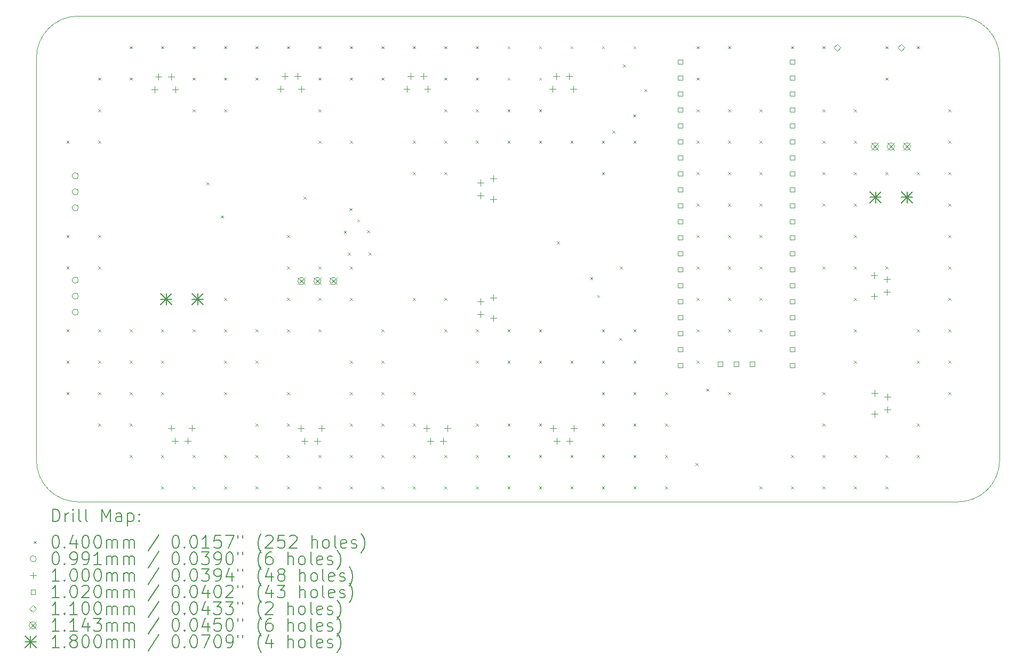
<source format=gbr>
%TF.GenerationSoftware,KiCad,Pcbnew,7.0.8*%
%TF.CreationDate,2024-12-11T20:14:41-06:00*%
%TF.ProjectId,LEC,4c45432e-6b69-4636-9164-5f7063625858,rev?*%
%TF.SameCoordinates,Original*%
%TF.FileFunction,Drillmap*%
%TF.FilePolarity,Positive*%
%FSLAX45Y45*%
G04 Gerber Fmt 4.5, Leading zero omitted, Abs format (unit mm)*
G04 Created by KiCad (PCBNEW 7.0.8) date 2024-12-11 20:14:41*
%MOMM*%
%LPD*%
G01*
G04 APERTURE LIST*
%ADD10C,0.050000*%
%ADD11C,0.200000*%
%ADD12C,0.040000*%
%ADD13C,0.099060*%
%ADD14C,0.100000*%
%ADD15C,0.102000*%
%ADD16C,0.110000*%
%ADD17C,0.114300*%
%ADD18C,0.180000*%
G04 APERTURE END LIST*
D10*
X21230000Y-12040000D02*
X21230000Y-5650000D01*
X6600000Y-12700000D02*
X20570000Y-12700000D01*
X6600000Y-4980000D02*
G75*
G03*
X5940000Y-5640000I0J-660000D01*
G01*
X20560000Y-4980000D02*
X6600000Y-4980000D01*
X5940000Y-12040000D02*
G75*
G03*
X6600000Y-12700000I660000J0D01*
G01*
X5940000Y-5640000D02*
X5940000Y-12040000D01*
X20570000Y-12700000D02*
G75*
G03*
X21230000Y-12040000I0J660000D01*
G01*
X21230000Y-5650000D02*
G75*
G03*
X20560000Y-4980000I-670000J0D01*
G01*
D11*
D12*
X6417500Y-6957500D02*
X6457500Y-6997500D01*
X6457500Y-6957500D02*
X6417500Y-6997500D01*
X6417500Y-8457500D02*
X6457500Y-8497500D01*
X6457500Y-8457500D02*
X6417500Y-8497500D01*
X6417500Y-8957500D02*
X6457500Y-8997500D01*
X6457500Y-8957500D02*
X6417500Y-8997500D01*
X6417500Y-9957500D02*
X6457500Y-9997500D01*
X6457500Y-9957500D02*
X6417500Y-9997500D01*
X6417500Y-10457500D02*
X6457500Y-10497500D01*
X6457500Y-10457500D02*
X6417500Y-10497500D01*
X6417500Y-10957500D02*
X6457500Y-10997500D01*
X6457500Y-10957500D02*
X6417500Y-10997500D01*
X6917500Y-5957500D02*
X6957500Y-5997500D01*
X6957500Y-5957500D02*
X6917500Y-5997500D01*
X6917500Y-6457500D02*
X6957500Y-6497500D01*
X6957500Y-6457500D02*
X6917500Y-6497500D01*
X6917500Y-6957500D02*
X6957500Y-6997500D01*
X6957500Y-6957500D02*
X6917500Y-6997500D01*
X6917500Y-8457500D02*
X6957500Y-8497500D01*
X6957500Y-8457500D02*
X6917500Y-8497500D01*
X6917500Y-8957500D02*
X6957500Y-8997500D01*
X6957500Y-8957500D02*
X6917500Y-8997500D01*
X6917500Y-9957500D02*
X6957500Y-9997500D01*
X6957500Y-9957500D02*
X6917500Y-9997500D01*
X6917500Y-10457500D02*
X6957500Y-10497500D01*
X6957500Y-10457500D02*
X6917500Y-10497500D01*
X6917500Y-10957500D02*
X6957500Y-10997500D01*
X6957500Y-10957500D02*
X6917500Y-10997500D01*
X6917500Y-11457500D02*
X6957500Y-11497500D01*
X6957500Y-11457500D02*
X6917500Y-11497500D01*
X7417500Y-5457500D02*
X7457500Y-5497500D01*
X7457500Y-5457500D02*
X7417500Y-5497500D01*
X7417500Y-5957500D02*
X7457500Y-5997500D01*
X7457500Y-5957500D02*
X7417500Y-5997500D01*
X7417500Y-9957500D02*
X7457500Y-9997500D01*
X7457500Y-9957500D02*
X7417500Y-9997500D01*
X7417500Y-10457500D02*
X7457500Y-10497500D01*
X7457500Y-10457500D02*
X7417500Y-10497500D01*
X7417500Y-10957500D02*
X7457500Y-10997500D01*
X7457500Y-10957500D02*
X7417500Y-10997500D01*
X7417500Y-11457500D02*
X7457500Y-11497500D01*
X7457500Y-11457500D02*
X7417500Y-11497500D01*
X7417500Y-11957500D02*
X7457500Y-11997500D01*
X7457500Y-11957500D02*
X7417500Y-11997500D01*
X7917500Y-5457500D02*
X7957500Y-5497500D01*
X7957500Y-5457500D02*
X7917500Y-5497500D01*
X7917500Y-9957500D02*
X7957500Y-9997500D01*
X7957500Y-9957500D02*
X7917500Y-9997500D01*
X7917500Y-10457500D02*
X7957500Y-10497500D01*
X7957500Y-10457500D02*
X7917500Y-10497500D01*
X7917500Y-10957500D02*
X7957500Y-10997500D01*
X7957500Y-10957500D02*
X7917500Y-10997500D01*
X7917500Y-11957500D02*
X7957500Y-11997500D01*
X7957500Y-11957500D02*
X7917500Y-11997500D01*
X7917500Y-12457500D02*
X7957500Y-12497500D01*
X7957500Y-12457500D02*
X7917500Y-12497500D01*
X8417500Y-5457500D02*
X8457500Y-5497500D01*
X8457500Y-5457500D02*
X8417500Y-5497500D01*
X8417500Y-5957500D02*
X8457500Y-5997500D01*
X8457500Y-5957500D02*
X8417500Y-5997500D01*
X8417500Y-6457500D02*
X8457500Y-6497500D01*
X8457500Y-6457500D02*
X8417500Y-6497500D01*
X8417500Y-9957500D02*
X8457500Y-9997500D01*
X8457500Y-9957500D02*
X8417500Y-9997500D01*
X8417500Y-11957500D02*
X8457500Y-11997500D01*
X8457500Y-11957500D02*
X8417500Y-11997500D01*
X8417500Y-12457500D02*
X8457500Y-12497500D01*
X8457500Y-12457500D02*
X8417500Y-12497500D01*
X8640000Y-7620000D02*
X8680000Y-7660000D01*
X8680000Y-7620000D02*
X8640000Y-7660000D01*
X8870000Y-8150000D02*
X8910000Y-8190000D01*
X8910000Y-8150000D02*
X8870000Y-8190000D01*
X8917500Y-5457500D02*
X8957500Y-5497500D01*
X8957500Y-5457500D02*
X8917500Y-5497500D01*
X8917500Y-5957500D02*
X8957500Y-5997500D01*
X8957500Y-5957500D02*
X8917500Y-5997500D01*
X8917500Y-6457500D02*
X8957500Y-6497500D01*
X8957500Y-6457500D02*
X8917500Y-6497500D01*
X8917500Y-9457500D02*
X8957500Y-9497500D01*
X8957500Y-9457500D02*
X8917500Y-9497500D01*
X8917500Y-9957500D02*
X8957500Y-9997500D01*
X8957500Y-9957500D02*
X8917500Y-9997500D01*
X8917500Y-10457500D02*
X8957500Y-10497500D01*
X8957500Y-10457500D02*
X8917500Y-10497500D01*
X8917500Y-10957500D02*
X8957500Y-10997500D01*
X8957500Y-10957500D02*
X8917500Y-10997500D01*
X8917500Y-11957500D02*
X8957500Y-11997500D01*
X8957500Y-11957500D02*
X8917500Y-11997500D01*
X8917500Y-12457500D02*
X8957500Y-12497500D01*
X8957500Y-12457500D02*
X8917500Y-12497500D01*
X9417500Y-5457500D02*
X9457500Y-5497500D01*
X9457500Y-5457500D02*
X9417500Y-5497500D01*
X9417500Y-5957500D02*
X9457500Y-5997500D01*
X9457500Y-5957500D02*
X9417500Y-5997500D01*
X9417500Y-9957500D02*
X9457500Y-9997500D01*
X9457500Y-9957500D02*
X9417500Y-9997500D01*
X9417500Y-10457500D02*
X9457500Y-10497500D01*
X9457500Y-10457500D02*
X9417500Y-10497500D01*
X9417500Y-11457500D02*
X9457500Y-11497500D01*
X9457500Y-11457500D02*
X9417500Y-11497500D01*
X9417500Y-11957500D02*
X9457500Y-11997500D01*
X9457500Y-11957500D02*
X9417500Y-11997500D01*
X9417500Y-12457500D02*
X9457500Y-12497500D01*
X9457500Y-12457500D02*
X9417500Y-12497500D01*
X9917500Y-5457500D02*
X9957500Y-5497500D01*
X9957500Y-5457500D02*
X9917500Y-5497500D01*
X9917500Y-8457500D02*
X9957500Y-8497500D01*
X9957500Y-8457500D02*
X9917500Y-8497500D01*
X9917500Y-8957500D02*
X9957500Y-8997500D01*
X9957500Y-8957500D02*
X9917500Y-8997500D01*
X9917500Y-9457500D02*
X9957500Y-9497500D01*
X9957500Y-9457500D02*
X9917500Y-9497500D01*
X9917500Y-9957500D02*
X9957500Y-9997500D01*
X9957500Y-9957500D02*
X9917500Y-9997500D01*
X9917500Y-10957500D02*
X9957500Y-10997500D01*
X9957500Y-10957500D02*
X9917500Y-10997500D01*
X9917500Y-11457500D02*
X9957500Y-11497500D01*
X9957500Y-11457500D02*
X9917500Y-11497500D01*
X9917500Y-11957500D02*
X9957500Y-11997500D01*
X9957500Y-11957500D02*
X9917500Y-11997500D01*
X9917500Y-12457500D02*
X9957500Y-12497500D01*
X9957500Y-12457500D02*
X9917500Y-12497500D01*
X10180000Y-7850000D02*
X10220000Y-7890000D01*
X10220000Y-7850000D02*
X10180000Y-7890000D01*
X10417500Y-5457500D02*
X10457500Y-5497500D01*
X10457500Y-5457500D02*
X10417500Y-5497500D01*
X10417500Y-5957500D02*
X10457500Y-5997500D01*
X10457500Y-5957500D02*
X10417500Y-5997500D01*
X10417500Y-6457500D02*
X10457500Y-6497500D01*
X10457500Y-6457500D02*
X10417500Y-6497500D01*
X10417500Y-6957500D02*
X10457500Y-6997500D01*
X10457500Y-6957500D02*
X10417500Y-6997500D01*
X10417500Y-8957500D02*
X10457500Y-8997500D01*
X10457500Y-8957500D02*
X10417500Y-8997500D01*
X10417500Y-9457500D02*
X10457500Y-9497500D01*
X10457500Y-9457500D02*
X10417500Y-9497500D01*
X10417500Y-9957500D02*
X10457500Y-9997500D01*
X10457500Y-9957500D02*
X10417500Y-9997500D01*
X10417500Y-11957500D02*
X10457500Y-11997500D01*
X10457500Y-11957500D02*
X10417500Y-11997500D01*
X10417500Y-12457500D02*
X10457500Y-12497500D01*
X10457500Y-12457500D02*
X10417500Y-12497500D01*
X10820000Y-8390000D02*
X10860000Y-8430000D01*
X10860000Y-8390000D02*
X10820000Y-8430000D01*
X10880000Y-8740000D02*
X10920000Y-8780000D01*
X10920000Y-8740000D02*
X10880000Y-8780000D01*
X10910000Y-8030000D02*
X10950000Y-8070000D01*
X10950000Y-8030000D02*
X10910000Y-8070000D01*
X10917500Y-5457500D02*
X10957500Y-5497500D01*
X10957500Y-5457500D02*
X10917500Y-5497500D01*
X10917500Y-5957500D02*
X10957500Y-5997500D01*
X10957500Y-5957500D02*
X10917500Y-5997500D01*
X10917500Y-6957500D02*
X10957500Y-6997500D01*
X10957500Y-6957500D02*
X10917500Y-6997500D01*
X10917500Y-8957500D02*
X10957500Y-8997500D01*
X10957500Y-8957500D02*
X10917500Y-8997500D01*
X10917500Y-9457500D02*
X10957500Y-9497500D01*
X10957500Y-9457500D02*
X10917500Y-9497500D01*
X10917500Y-10457500D02*
X10957500Y-10497500D01*
X10957500Y-10457500D02*
X10917500Y-10497500D01*
X10917500Y-10957500D02*
X10957500Y-10997500D01*
X10957500Y-10957500D02*
X10917500Y-10997500D01*
X10917500Y-11457500D02*
X10957500Y-11497500D01*
X10957500Y-11457500D02*
X10917500Y-11497500D01*
X10917500Y-11957500D02*
X10957500Y-11997500D01*
X10957500Y-11957500D02*
X10917500Y-11997500D01*
X10917500Y-12457500D02*
X10957500Y-12497500D01*
X10957500Y-12457500D02*
X10917500Y-12497500D01*
X11031230Y-8208770D02*
X11071230Y-8248770D01*
X11071230Y-8208770D02*
X11031230Y-8248770D01*
X11190000Y-8380000D02*
X11230000Y-8420000D01*
X11230000Y-8380000D02*
X11190000Y-8420000D01*
X11210000Y-8740000D02*
X11250000Y-8780000D01*
X11250000Y-8740000D02*
X11210000Y-8780000D01*
X11417500Y-5457500D02*
X11457500Y-5497500D01*
X11457500Y-5457500D02*
X11417500Y-5497500D01*
X11417500Y-5957500D02*
X11457500Y-5997500D01*
X11457500Y-5957500D02*
X11417500Y-5997500D01*
X11417500Y-9957500D02*
X11457500Y-9997500D01*
X11457500Y-9957500D02*
X11417500Y-9997500D01*
X11417500Y-10457500D02*
X11457500Y-10497500D01*
X11457500Y-10457500D02*
X11417500Y-10497500D01*
X11417500Y-10957500D02*
X11457500Y-10997500D01*
X11457500Y-10957500D02*
X11417500Y-10997500D01*
X11417500Y-11457500D02*
X11457500Y-11497500D01*
X11457500Y-11457500D02*
X11417500Y-11497500D01*
X11417500Y-11957500D02*
X11457500Y-11997500D01*
X11457500Y-11957500D02*
X11417500Y-11997500D01*
X11417500Y-12457500D02*
X11457500Y-12497500D01*
X11457500Y-12457500D02*
X11417500Y-12497500D01*
X11917500Y-5457500D02*
X11957500Y-5497500D01*
X11957500Y-5457500D02*
X11917500Y-5497500D01*
X11917500Y-6957500D02*
X11957500Y-6997500D01*
X11957500Y-6957500D02*
X11917500Y-6997500D01*
X11917500Y-7457500D02*
X11957500Y-7497500D01*
X11957500Y-7457500D02*
X11917500Y-7497500D01*
X11917500Y-9457500D02*
X11957500Y-9497500D01*
X11957500Y-9457500D02*
X11917500Y-9497500D01*
X11917500Y-10957500D02*
X11957500Y-10997500D01*
X11957500Y-10957500D02*
X11917500Y-10997500D01*
X11917500Y-11457500D02*
X11957500Y-11497500D01*
X11957500Y-11457500D02*
X11917500Y-11497500D01*
X11917500Y-11957500D02*
X11957500Y-11997500D01*
X11957500Y-11957500D02*
X11917500Y-11997500D01*
X11917500Y-12457500D02*
X11957500Y-12497500D01*
X11957500Y-12457500D02*
X11917500Y-12497500D01*
X12417500Y-5457500D02*
X12457500Y-5497500D01*
X12457500Y-5457500D02*
X12417500Y-5497500D01*
X12417500Y-5957500D02*
X12457500Y-5997500D01*
X12457500Y-5957500D02*
X12417500Y-5997500D01*
X12417500Y-6457500D02*
X12457500Y-6497500D01*
X12457500Y-6457500D02*
X12417500Y-6497500D01*
X12417500Y-6957500D02*
X12457500Y-6997500D01*
X12457500Y-6957500D02*
X12417500Y-6997500D01*
X12417500Y-7457500D02*
X12457500Y-7497500D01*
X12457500Y-7457500D02*
X12417500Y-7497500D01*
X12417500Y-9457500D02*
X12457500Y-9497500D01*
X12457500Y-9457500D02*
X12417500Y-9497500D01*
X12417500Y-9957500D02*
X12457500Y-9997500D01*
X12457500Y-9957500D02*
X12417500Y-9997500D01*
X12417500Y-11957500D02*
X12457500Y-11997500D01*
X12457500Y-11957500D02*
X12417500Y-11997500D01*
X12417500Y-12457500D02*
X12457500Y-12497500D01*
X12457500Y-12457500D02*
X12417500Y-12497500D01*
X12917500Y-5457500D02*
X12957500Y-5497500D01*
X12957500Y-5457500D02*
X12917500Y-5497500D01*
X12917500Y-5957500D02*
X12957500Y-5997500D01*
X12957500Y-5957500D02*
X12917500Y-5997500D01*
X12917500Y-6457500D02*
X12957500Y-6497500D01*
X12957500Y-6457500D02*
X12917500Y-6497500D01*
X12917500Y-6957500D02*
X12957500Y-6997500D01*
X12957500Y-6957500D02*
X12917500Y-6997500D01*
X12917500Y-9957500D02*
X12957500Y-9997500D01*
X12957500Y-9957500D02*
X12917500Y-9997500D01*
X12917500Y-10457500D02*
X12957500Y-10497500D01*
X12957500Y-10457500D02*
X12917500Y-10497500D01*
X12917500Y-11457500D02*
X12957500Y-11497500D01*
X12957500Y-11457500D02*
X12917500Y-11497500D01*
X12917500Y-11957500D02*
X12957500Y-11997500D01*
X12957500Y-11957500D02*
X12917500Y-11997500D01*
X12917500Y-12457500D02*
X12957500Y-12497500D01*
X12957500Y-12457500D02*
X12917500Y-12497500D01*
X13417500Y-5457500D02*
X13457500Y-5497500D01*
X13457500Y-5457500D02*
X13417500Y-5497500D01*
X13417500Y-5957500D02*
X13457500Y-5997500D01*
X13457500Y-5957500D02*
X13417500Y-5997500D01*
X13417500Y-6457500D02*
X13457500Y-6497500D01*
X13457500Y-6457500D02*
X13417500Y-6497500D01*
X13417500Y-6957500D02*
X13457500Y-6997500D01*
X13457500Y-6957500D02*
X13417500Y-6997500D01*
X13417500Y-9957500D02*
X13457500Y-9997500D01*
X13457500Y-9957500D02*
X13417500Y-9997500D01*
X13417500Y-10457500D02*
X13457500Y-10497500D01*
X13457500Y-10457500D02*
X13417500Y-10497500D01*
X13417500Y-11457500D02*
X13457500Y-11497500D01*
X13457500Y-11457500D02*
X13417500Y-11497500D01*
X13417500Y-11957500D02*
X13457500Y-11997500D01*
X13457500Y-11957500D02*
X13417500Y-11997500D01*
X13417500Y-12457500D02*
X13457500Y-12497500D01*
X13457500Y-12457500D02*
X13417500Y-12497500D01*
X13917500Y-5457500D02*
X13957500Y-5497500D01*
X13957500Y-5457500D02*
X13917500Y-5497500D01*
X13917500Y-5957500D02*
X13957500Y-5997500D01*
X13957500Y-5957500D02*
X13917500Y-5997500D01*
X13917500Y-6457500D02*
X13957500Y-6497500D01*
X13957500Y-6457500D02*
X13917500Y-6497500D01*
X13917500Y-6957500D02*
X13957500Y-6997500D01*
X13957500Y-6957500D02*
X13917500Y-6997500D01*
X13917500Y-9957500D02*
X13957500Y-9997500D01*
X13957500Y-9957500D02*
X13917500Y-9997500D01*
X13917500Y-10457500D02*
X13957500Y-10497500D01*
X13957500Y-10457500D02*
X13917500Y-10497500D01*
X13917500Y-11457500D02*
X13957500Y-11497500D01*
X13957500Y-11457500D02*
X13917500Y-11497500D01*
X13917500Y-11957500D02*
X13957500Y-11997500D01*
X13957500Y-11957500D02*
X13917500Y-11997500D01*
X13917500Y-12457500D02*
X13957500Y-12497500D01*
X13957500Y-12457500D02*
X13917500Y-12497500D01*
X14200000Y-8560000D02*
X14240000Y-8600000D01*
X14240000Y-8560000D02*
X14200000Y-8600000D01*
X14417500Y-5457500D02*
X14457500Y-5497500D01*
X14457500Y-5457500D02*
X14417500Y-5497500D01*
X14417500Y-6957500D02*
X14457500Y-6997500D01*
X14457500Y-6957500D02*
X14417500Y-6997500D01*
X14417500Y-10457500D02*
X14457500Y-10497500D01*
X14457500Y-10457500D02*
X14417500Y-10497500D01*
X14417500Y-11957500D02*
X14457500Y-11997500D01*
X14457500Y-11957500D02*
X14417500Y-11997500D01*
X14417500Y-12457500D02*
X14457500Y-12497500D01*
X14457500Y-12457500D02*
X14417500Y-12497500D01*
X14730000Y-9130000D02*
X14770000Y-9170000D01*
X14770000Y-9130000D02*
X14730000Y-9170000D01*
X14840000Y-9410000D02*
X14880000Y-9450000D01*
X14880000Y-9410000D02*
X14840000Y-9450000D01*
X14917500Y-5457500D02*
X14957500Y-5497500D01*
X14957500Y-5457500D02*
X14917500Y-5497500D01*
X14917500Y-6957500D02*
X14957500Y-6997500D01*
X14957500Y-6957500D02*
X14917500Y-6997500D01*
X14917500Y-7457500D02*
X14957500Y-7497500D01*
X14957500Y-7457500D02*
X14917500Y-7497500D01*
X14917500Y-9957500D02*
X14957500Y-9997500D01*
X14957500Y-9957500D02*
X14917500Y-9997500D01*
X14917500Y-10457500D02*
X14957500Y-10497500D01*
X14957500Y-10457500D02*
X14917500Y-10497500D01*
X14917500Y-10957500D02*
X14957500Y-10997500D01*
X14957500Y-10957500D02*
X14917500Y-10997500D01*
X14917500Y-11457500D02*
X14957500Y-11497500D01*
X14957500Y-11457500D02*
X14917500Y-11497500D01*
X14917500Y-11957500D02*
X14957500Y-11997500D01*
X14957500Y-11957500D02*
X14917500Y-11997500D01*
X14917500Y-12457500D02*
X14957500Y-12497500D01*
X14957500Y-12457500D02*
X14917500Y-12497500D01*
X15080000Y-6800000D02*
X15120000Y-6840000D01*
X15120000Y-6800000D02*
X15080000Y-6840000D01*
X15190000Y-10090000D02*
X15230000Y-10130000D01*
X15230000Y-10090000D02*
X15190000Y-10130000D01*
X15200000Y-8960000D02*
X15240000Y-9000000D01*
X15240000Y-8960000D02*
X15200000Y-9000000D01*
X15250000Y-5750000D02*
X15290000Y-5790000D01*
X15290000Y-5750000D02*
X15250000Y-5790000D01*
X15410000Y-6540000D02*
X15450000Y-6580000D01*
X15450000Y-6540000D02*
X15410000Y-6580000D01*
X15417500Y-5457500D02*
X15457500Y-5497500D01*
X15457500Y-5457500D02*
X15417500Y-5497500D01*
X15417500Y-6957500D02*
X15457500Y-6997500D01*
X15457500Y-6957500D02*
X15417500Y-6997500D01*
X15417500Y-9957500D02*
X15457500Y-9997500D01*
X15457500Y-9957500D02*
X15417500Y-9997500D01*
X15417500Y-10457500D02*
X15457500Y-10497500D01*
X15457500Y-10457500D02*
X15417500Y-10497500D01*
X15417500Y-10957500D02*
X15457500Y-10997500D01*
X15457500Y-10957500D02*
X15417500Y-10997500D01*
X15417500Y-11457500D02*
X15457500Y-11497500D01*
X15457500Y-11457500D02*
X15417500Y-11497500D01*
X15417500Y-11957500D02*
X15457500Y-11997500D01*
X15457500Y-11957500D02*
X15417500Y-11997500D01*
X15417500Y-12457500D02*
X15457500Y-12497500D01*
X15457500Y-12457500D02*
X15417500Y-12497500D01*
X15590000Y-6140000D02*
X15630000Y-6180000D01*
X15630000Y-6140000D02*
X15590000Y-6180000D01*
X15917500Y-10957500D02*
X15957500Y-10997500D01*
X15957500Y-10957500D02*
X15917500Y-10997500D01*
X15917500Y-11457500D02*
X15957500Y-11497500D01*
X15957500Y-11457500D02*
X15917500Y-11497500D01*
X15917500Y-11957500D02*
X15957500Y-11997500D01*
X15957500Y-11957500D02*
X15917500Y-11997500D01*
X15917500Y-12457500D02*
X15957500Y-12497500D01*
X15957500Y-12457500D02*
X15917500Y-12497500D01*
X16400000Y-12080000D02*
X16440000Y-12120000D01*
X16440000Y-12080000D02*
X16400000Y-12120000D01*
X16417500Y-5457500D02*
X16457500Y-5497500D01*
X16457500Y-5457500D02*
X16417500Y-5497500D01*
X16417500Y-5957500D02*
X16457500Y-5997500D01*
X16457500Y-5957500D02*
X16417500Y-5997500D01*
X16417500Y-6457500D02*
X16457500Y-6497500D01*
X16457500Y-6457500D02*
X16417500Y-6497500D01*
X16417500Y-6957500D02*
X16457500Y-6997500D01*
X16457500Y-6957500D02*
X16417500Y-6997500D01*
X16417500Y-7457500D02*
X16457500Y-7497500D01*
X16457500Y-7457500D02*
X16417500Y-7497500D01*
X16417500Y-7957500D02*
X16457500Y-7997500D01*
X16457500Y-7957500D02*
X16417500Y-7997500D01*
X16417500Y-8457500D02*
X16457500Y-8497500D01*
X16457500Y-8457500D02*
X16417500Y-8497500D01*
X16417500Y-8957500D02*
X16457500Y-8997500D01*
X16457500Y-8957500D02*
X16417500Y-8997500D01*
X16417500Y-9457500D02*
X16457500Y-9497500D01*
X16457500Y-9457500D02*
X16417500Y-9497500D01*
X16417500Y-9957500D02*
X16457500Y-9997500D01*
X16457500Y-9957500D02*
X16417500Y-9997500D01*
X16417500Y-10457500D02*
X16457500Y-10497500D01*
X16457500Y-10457500D02*
X16417500Y-10497500D01*
X16570000Y-10900000D02*
X16610000Y-10940000D01*
X16610000Y-10900000D02*
X16570000Y-10940000D01*
X16917500Y-5457500D02*
X16957500Y-5497500D01*
X16957500Y-5457500D02*
X16917500Y-5497500D01*
X16917500Y-6457500D02*
X16957500Y-6497500D01*
X16957500Y-6457500D02*
X16917500Y-6497500D01*
X16917500Y-6957500D02*
X16957500Y-6997500D01*
X16957500Y-6957500D02*
X16917500Y-6997500D01*
X16917500Y-7457500D02*
X16957500Y-7497500D01*
X16957500Y-7457500D02*
X16917500Y-7497500D01*
X16917500Y-7957500D02*
X16957500Y-7997500D01*
X16957500Y-7957500D02*
X16917500Y-7997500D01*
X16917500Y-8457500D02*
X16957500Y-8497500D01*
X16957500Y-8457500D02*
X16917500Y-8497500D01*
X16917500Y-8957500D02*
X16957500Y-8997500D01*
X16957500Y-8957500D02*
X16917500Y-8997500D01*
X16917500Y-9457500D02*
X16957500Y-9497500D01*
X16957500Y-9457500D02*
X16917500Y-9497500D01*
X16917500Y-9957500D02*
X16957500Y-9997500D01*
X16957500Y-9957500D02*
X16917500Y-9997500D01*
X16917500Y-10957500D02*
X16957500Y-10997500D01*
X16957500Y-10957500D02*
X16917500Y-10997500D01*
X17417500Y-6457500D02*
X17457500Y-6497500D01*
X17457500Y-6457500D02*
X17417500Y-6497500D01*
X17417500Y-6957500D02*
X17457500Y-6997500D01*
X17457500Y-6957500D02*
X17417500Y-6997500D01*
X17417500Y-7457500D02*
X17457500Y-7497500D01*
X17457500Y-7457500D02*
X17417500Y-7497500D01*
X17417500Y-7957500D02*
X17457500Y-7997500D01*
X17457500Y-7957500D02*
X17417500Y-7997500D01*
X17417500Y-8457500D02*
X17457500Y-8497500D01*
X17457500Y-8457500D02*
X17417500Y-8497500D01*
X17417500Y-8957500D02*
X17457500Y-8997500D01*
X17457500Y-8957500D02*
X17417500Y-8997500D01*
X17417500Y-9457500D02*
X17457500Y-9497500D01*
X17457500Y-9457500D02*
X17417500Y-9497500D01*
X17417500Y-9957500D02*
X17457500Y-9997500D01*
X17457500Y-9957500D02*
X17417500Y-9997500D01*
X17417500Y-12457500D02*
X17457500Y-12497500D01*
X17457500Y-12457500D02*
X17417500Y-12497500D01*
X17917500Y-5457500D02*
X17957500Y-5497500D01*
X17957500Y-5457500D02*
X17917500Y-5497500D01*
X17917500Y-11957500D02*
X17957500Y-11997500D01*
X17957500Y-11957500D02*
X17917500Y-11997500D01*
X17917500Y-12457500D02*
X17957500Y-12497500D01*
X17957500Y-12457500D02*
X17917500Y-12497500D01*
X18417500Y-5457500D02*
X18457500Y-5497500D01*
X18457500Y-5457500D02*
X18417500Y-5497500D01*
X18417500Y-6457500D02*
X18457500Y-6497500D01*
X18457500Y-6457500D02*
X18417500Y-6497500D01*
X18417500Y-6957500D02*
X18457500Y-6997500D01*
X18457500Y-6957500D02*
X18417500Y-6997500D01*
X18417500Y-7457500D02*
X18457500Y-7497500D01*
X18457500Y-7457500D02*
X18417500Y-7497500D01*
X18417500Y-7957500D02*
X18457500Y-7997500D01*
X18457500Y-7957500D02*
X18417500Y-7997500D01*
X18417500Y-8957500D02*
X18457500Y-8997500D01*
X18457500Y-8957500D02*
X18417500Y-8997500D01*
X18417500Y-10957500D02*
X18457500Y-10997500D01*
X18457500Y-10957500D02*
X18417500Y-10997500D01*
X18417500Y-11457500D02*
X18457500Y-11497500D01*
X18457500Y-11457500D02*
X18417500Y-11497500D01*
X18417500Y-11957500D02*
X18457500Y-11997500D01*
X18457500Y-11957500D02*
X18417500Y-11997500D01*
X18417500Y-12457500D02*
X18457500Y-12497500D01*
X18457500Y-12457500D02*
X18417500Y-12497500D01*
X18917500Y-6457500D02*
X18957500Y-6497500D01*
X18957500Y-6457500D02*
X18917500Y-6497500D01*
X18917500Y-6957500D02*
X18957500Y-6997500D01*
X18957500Y-6957500D02*
X18917500Y-6997500D01*
X18917500Y-7457500D02*
X18957500Y-7497500D01*
X18957500Y-7457500D02*
X18917500Y-7497500D01*
X18917500Y-7957500D02*
X18957500Y-7997500D01*
X18957500Y-7957500D02*
X18917500Y-7997500D01*
X18917500Y-8457500D02*
X18957500Y-8497500D01*
X18957500Y-8457500D02*
X18917500Y-8497500D01*
X18917500Y-8957500D02*
X18957500Y-8997500D01*
X18957500Y-8957500D02*
X18917500Y-8997500D01*
X18917500Y-9457500D02*
X18957500Y-9497500D01*
X18957500Y-9457500D02*
X18917500Y-9497500D01*
X18917500Y-9957500D02*
X18957500Y-9997500D01*
X18957500Y-9957500D02*
X18917500Y-9997500D01*
X18917500Y-10457500D02*
X18957500Y-10497500D01*
X18957500Y-10457500D02*
X18917500Y-10497500D01*
X18917500Y-11957500D02*
X18957500Y-11997500D01*
X18957500Y-11957500D02*
X18917500Y-11997500D01*
X18917500Y-12457500D02*
X18957500Y-12497500D01*
X18957500Y-12457500D02*
X18917500Y-12497500D01*
X19417500Y-5457500D02*
X19457500Y-5497500D01*
X19457500Y-5457500D02*
X19417500Y-5497500D01*
X19417500Y-5957500D02*
X19457500Y-5997500D01*
X19457500Y-5957500D02*
X19417500Y-5997500D01*
X19417500Y-7457500D02*
X19457500Y-7497500D01*
X19457500Y-7457500D02*
X19417500Y-7497500D01*
X19417500Y-8957500D02*
X19457500Y-8997500D01*
X19457500Y-8957500D02*
X19417500Y-8997500D01*
X19417500Y-11957500D02*
X19457500Y-11997500D01*
X19457500Y-11957500D02*
X19417500Y-11997500D01*
X19417500Y-12457500D02*
X19457500Y-12497500D01*
X19457500Y-12457500D02*
X19417500Y-12497500D01*
X19917500Y-5457500D02*
X19957500Y-5497500D01*
X19957500Y-5457500D02*
X19917500Y-5497500D01*
X19917500Y-7457500D02*
X19957500Y-7497500D01*
X19957500Y-7457500D02*
X19917500Y-7497500D01*
X19917500Y-9957500D02*
X19957500Y-9997500D01*
X19957500Y-9957500D02*
X19917500Y-9997500D01*
X19917500Y-10457500D02*
X19957500Y-10497500D01*
X19957500Y-10457500D02*
X19917500Y-10497500D01*
X19917500Y-11457500D02*
X19957500Y-11497500D01*
X19957500Y-11457500D02*
X19917500Y-11497500D01*
X19917500Y-11957500D02*
X19957500Y-11997500D01*
X19957500Y-11957500D02*
X19917500Y-11997500D01*
X20417500Y-6457500D02*
X20457500Y-6497500D01*
X20457500Y-6457500D02*
X20417500Y-6497500D01*
X20417500Y-6957500D02*
X20457500Y-6997500D01*
X20457500Y-6957500D02*
X20417500Y-6997500D01*
X20417500Y-7457500D02*
X20457500Y-7497500D01*
X20457500Y-7457500D02*
X20417500Y-7497500D01*
X20417500Y-7957500D02*
X20457500Y-7997500D01*
X20457500Y-7957500D02*
X20417500Y-7997500D01*
X20417500Y-8457500D02*
X20457500Y-8497500D01*
X20457500Y-8457500D02*
X20417500Y-8497500D01*
X20417500Y-8957500D02*
X20457500Y-8997500D01*
X20457500Y-8957500D02*
X20417500Y-8997500D01*
X20417500Y-9457500D02*
X20457500Y-9497500D01*
X20457500Y-9457500D02*
X20417500Y-9497500D01*
X20417500Y-9957500D02*
X20457500Y-9997500D01*
X20457500Y-9957500D02*
X20417500Y-9997500D01*
X20417500Y-10457500D02*
X20457500Y-10497500D01*
X20457500Y-10457500D02*
X20417500Y-10497500D01*
X20417500Y-10957500D02*
X20457500Y-10997500D01*
X20457500Y-10957500D02*
X20417500Y-10997500D01*
D13*
X6605970Y-7517740D02*
G75*
G03*
X6605970Y-7517740I-49530J0D01*
G01*
X6605970Y-7771740D02*
G75*
G03*
X6605970Y-7771740I-49530J0D01*
G01*
X6605970Y-8025740D02*
G75*
G03*
X6605970Y-8025740I-49530J0D01*
G01*
X6605970Y-9176000D02*
G75*
G03*
X6605970Y-9176000I-49530J0D01*
G01*
X6605970Y-9430000D02*
G75*
G03*
X6605970Y-9430000I-49530J0D01*
G01*
X6605970Y-9684000D02*
G75*
G03*
X6605970Y-9684000I-49530J0D01*
G01*
D14*
X7813500Y-6095000D02*
X7813500Y-6195000D01*
X7763500Y-6145000D02*
X7863500Y-6145000D01*
X7877000Y-5892000D02*
X7877000Y-5992000D01*
X7827000Y-5942000D02*
X7927000Y-5942000D01*
X8076500Y-11477000D02*
X8076500Y-11577000D01*
X8026500Y-11527000D02*
X8126500Y-11527000D01*
X8080000Y-5892000D02*
X8080000Y-5992000D01*
X8030000Y-5942000D02*
X8130000Y-5942000D01*
X8140000Y-11680000D02*
X8140000Y-11780000D01*
X8090000Y-11730000D02*
X8190000Y-11730000D01*
X8143500Y-6095000D02*
X8143500Y-6195000D01*
X8093500Y-6145000D02*
X8193500Y-6145000D01*
X8343000Y-11680000D02*
X8343000Y-11780000D01*
X8293000Y-11730000D02*
X8393000Y-11730000D01*
X8406500Y-11477000D02*
X8406500Y-11577000D01*
X8356500Y-11527000D02*
X8456500Y-11527000D01*
X9817500Y-6090000D02*
X9817500Y-6190000D01*
X9767500Y-6140000D02*
X9867500Y-6140000D01*
X9881000Y-5887000D02*
X9881000Y-5987000D01*
X9831000Y-5937000D02*
X9931000Y-5937000D01*
X10084000Y-5887000D02*
X10084000Y-5987000D01*
X10034000Y-5937000D02*
X10134000Y-5937000D01*
X10133500Y-11480000D02*
X10133500Y-11580000D01*
X10083500Y-11530000D02*
X10183500Y-11530000D01*
X10147500Y-6090000D02*
X10147500Y-6190000D01*
X10097500Y-6140000D02*
X10197500Y-6140000D01*
X10197000Y-11683000D02*
X10197000Y-11783000D01*
X10147000Y-11733000D02*
X10247000Y-11733000D01*
X10400000Y-11683000D02*
X10400000Y-11783000D01*
X10350000Y-11733000D02*
X10450000Y-11733000D01*
X10463500Y-11480000D02*
X10463500Y-11580000D01*
X10413500Y-11530000D02*
X10513500Y-11530000D01*
X11817500Y-6090000D02*
X11817500Y-6190000D01*
X11767500Y-6140000D02*
X11867500Y-6140000D01*
X11881000Y-5887000D02*
X11881000Y-5987000D01*
X11831000Y-5937000D02*
X11931000Y-5937000D01*
X12084000Y-5887000D02*
X12084000Y-5987000D01*
X12034000Y-5937000D02*
X12134000Y-5937000D01*
X12133500Y-11480000D02*
X12133500Y-11580000D01*
X12083500Y-11530000D02*
X12183500Y-11530000D01*
X12147500Y-6090000D02*
X12147500Y-6190000D01*
X12097500Y-6140000D02*
X12197500Y-6140000D01*
X12197000Y-11683000D02*
X12197000Y-11783000D01*
X12147000Y-11733000D02*
X12247000Y-11733000D01*
X12400000Y-11683000D02*
X12400000Y-11783000D01*
X12350000Y-11733000D02*
X12450000Y-11733000D01*
X12463500Y-11480000D02*
X12463500Y-11580000D01*
X12413500Y-11530000D02*
X12513500Y-11530000D01*
X12987000Y-9465500D02*
X12987000Y-9565500D01*
X12937000Y-9515500D02*
X13037000Y-9515500D01*
X12987000Y-9668500D02*
X12987000Y-9768500D01*
X12937000Y-9718500D02*
X13037000Y-9718500D01*
X12988750Y-7574750D02*
X12988750Y-7674750D01*
X12938750Y-7624750D02*
X13038750Y-7624750D01*
X12988750Y-7777750D02*
X12988750Y-7877750D01*
X12938750Y-7827750D02*
X13038750Y-7827750D01*
X13190000Y-9402000D02*
X13190000Y-9502000D01*
X13140000Y-9452000D02*
X13240000Y-9452000D01*
X13190000Y-9732000D02*
X13190000Y-9832000D01*
X13140000Y-9782000D02*
X13240000Y-9782000D01*
X13191750Y-7511250D02*
X13191750Y-7611250D01*
X13141750Y-7561250D02*
X13241750Y-7561250D01*
X13191750Y-7841250D02*
X13191750Y-7941250D01*
X13141750Y-7891250D02*
X13241750Y-7891250D01*
X14130000Y-6090000D02*
X14130000Y-6190000D01*
X14080000Y-6140000D02*
X14180000Y-6140000D01*
X14138500Y-11480000D02*
X14138500Y-11580000D01*
X14088500Y-11530000D02*
X14188500Y-11530000D01*
X14193500Y-5887000D02*
X14193500Y-5987000D01*
X14143500Y-5937000D02*
X14243500Y-5937000D01*
X14202000Y-11683000D02*
X14202000Y-11783000D01*
X14152000Y-11733000D02*
X14252000Y-11733000D01*
X14396500Y-5887000D02*
X14396500Y-5987000D01*
X14346500Y-5937000D02*
X14446500Y-5937000D01*
X14405000Y-11683000D02*
X14405000Y-11783000D01*
X14355000Y-11733000D02*
X14455000Y-11733000D01*
X14460000Y-6090000D02*
X14460000Y-6190000D01*
X14410000Y-6140000D02*
X14510000Y-6140000D01*
X14468500Y-11480000D02*
X14468500Y-11580000D01*
X14418500Y-11530000D02*
X14518500Y-11530000D01*
X19240000Y-9050000D02*
X19240000Y-9150000D01*
X19190000Y-9100000D02*
X19290000Y-9100000D01*
X19240000Y-9380000D02*
X19240000Y-9480000D01*
X19190000Y-9430000D02*
X19290000Y-9430000D01*
X19250000Y-10920000D02*
X19250000Y-11020000D01*
X19200000Y-10970000D02*
X19300000Y-10970000D01*
X19250000Y-11250000D02*
X19250000Y-11350000D01*
X19200000Y-11300000D02*
X19300000Y-11300000D01*
X19443000Y-9113500D02*
X19443000Y-9213500D01*
X19393000Y-9163500D02*
X19493000Y-9163500D01*
X19443000Y-9316500D02*
X19443000Y-9416500D01*
X19393000Y-9366500D02*
X19493000Y-9366500D01*
X19453000Y-10983500D02*
X19453000Y-11083500D01*
X19403000Y-11033500D02*
X19503000Y-11033500D01*
X19453000Y-11186500D02*
X19453000Y-11286500D01*
X19403000Y-11236500D02*
X19503000Y-11236500D01*
D15*
X16196063Y-5743063D02*
X16196063Y-5670937D01*
X16123937Y-5670937D01*
X16123937Y-5743063D01*
X16196063Y-5743063D01*
X16196063Y-5997063D02*
X16196063Y-5924937D01*
X16123937Y-5924937D01*
X16123937Y-5997063D01*
X16196063Y-5997063D01*
X16196063Y-6251063D02*
X16196063Y-6178937D01*
X16123937Y-6178937D01*
X16123937Y-6251063D01*
X16196063Y-6251063D01*
X16196063Y-6505063D02*
X16196063Y-6432937D01*
X16123937Y-6432937D01*
X16123937Y-6505063D01*
X16196063Y-6505063D01*
X16196063Y-6759063D02*
X16196063Y-6686937D01*
X16123937Y-6686937D01*
X16123937Y-6759063D01*
X16196063Y-6759063D01*
X16196063Y-7013063D02*
X16196063Y-6940937D01*
X16123937Y-6940937D01*
X16123937Y-7013063D01*
X16196063Y-7013063D01*
X16196063Y-7267063D02*
X16196063Y-7194937D01*
X16123937Y-7194937D01*
X16123937Y-7267063D01*
X16196063Y-7267063D01*
X16196063Y-7521063D02*
X16196063Y-7448937D01*
X16123937Y-7448937D01*
X16123937Y-7521063D01*
X16196063Y-7521063D01*
X16196063Y-7775063D02*
X16196063Y-7702937D01*
X16123937Y-7702937D01*
X16123937Y-7775063D01*
X16196063Y-7775063D01*
X16196063Y-8029063D02*
X16196063Y-7956937D01*
X16123937Y-7956937D01*
X16123937Y-8029063D01*
X16196063Y-8029063D01*
X16196063Y-8283063D02*
X16196063Y-8210937D01*
X16123937Y-8210937D01*
X16123937Y-8283063D01*
X16196063Y-8283063D01*
X16196063Y-8537063D02*
X16196063Y-8464937D01*
X16123937Y-8464937D01*
X16123937Y-8537063D01*
X16196063Y-8537063D01*
X16196063Y-8791063D02*
X16196063Y-8718937D01*
X16123937Y-8718937D01*
X16123937Y-8791063D01*
X16196063Y-8791063D01*
X16196063Y-9045063D02*
X16196063Y-8972937D01*
X16123937Y-8972937D01*
X16123937Y-9045063D01*
X16196063Y-9045063D01*
X16196063Y-9299063D02*
X16196063Y-9226937D01*
X16123937Y-9226937D01*
X16123937Y-9299063D01*
X16196063Y-9299063D01*
X16196063Y-9553063D02*
X16196063Y-9480937D01*
X16123937Y-9480937D01*
X16123937Y-9553063D01*
X16196063Y-9553063D01*
X16196063Y-9807063D02*
X16196063Y-9734937D01*
X16123937Y-9734937D01*
X16123937Y-9807063D01*
X16196063Y-9807063D01*
X16196063Y-10061063D02*
X16196063Y-9988937D01*
X16123937Y-9988937D01*
X16123937Y-10061063D01*
X16196063Y-10061063D01*
X16196063Y-10315063D02*
X16196063Y-10242937D01*
X16123937Y-10242937D01*
X16123937Y-10315063D01*
X16196063Y-10315063D01*
X16196063Y-10569063D02*
X16196063Y-10496937D01*
X16123937Y-10496937D01*
X16123937Y-10569063D01*
X16196063Y-10569063D01*
X16831063Y-10546063D02*
X16831063Y-10473937D01*
X16758937Y-10473937D01*
X16758937Y-10546063D01*
X16831063Y-10546063D01*
X17085063Y-10546063D02*
X17085063Y-10473937D01*
X17012937Y-10473937D01*
X17012937Y-10546063D01*
X17085063Y-10546063D01*
X17339063Y-10546063D02*
X17339063Y-10473937D01*
X17266937Y-10473937D01*
X17266937Y-10546063D01*
X17339063Y-10546063D01*
X17974063Y-5743063D02*
X17974063Y-5670937D01*
X17901937Y-5670937D01*
X17901937Y-5743063D01*
X17974063Y-5743063D01*
X17974063Y-5997063D02*
X17974063Y-5924937D01*
X17901937Y-5924937D01*
X17901937Y-5997063D01*
X17974063Y-5997063D01*
X17974063Y-6251063D02*
X17974063Y-6178937D01*
X17901937Y-6178937D01*
X17901937Y-6251063D01*
X17974063Y-6251063D01*
X17974063Y-6505063D02*
X17974063Y-6432937D01*
X17901937Y-6432937D01*
X17901937Y-6505063D01*
X17974063Y-6505063D01*
X17974063Y-6759063D02*
X17974063Y-6686937D01*
X17901937Y-6686937D01*
X17901937Y-6759063D01*
X17974063Y-6759063D01*
X17974063Y-7013063D02*
X17974063Y-6940937D01*
X17901937Y-6940937D01*
X17901937Y-7013063D01*
X17974063Y-7013063D01*
X17974063Y-7267063D02*
X17974063Y-7194937D01*
X17901937Y-7194937D01*
X17901937Y-7267063D01*
X17974063Y-7267063D01*
X17974063Y-7521063D02*
X17974063Y-7448937D01*
X17901937Y-7448937D01*
X17901937Y-7521063D01*
X17974063Y-7521063D01*
X17974063Y-7775063D02*
X17974063Y-7702937D01*
X17901937Y-7702937D01*
X17901937Y-7775063D01*
X17974063Y-7775063D01*
X17974063Y-8029063D02*
X17974063Y-7956937D01*
X17901937Y-7956937D01*
X17901937Y-8029063D01*
X17974063Y-8029063D01*
X17974063Y-8283063D02*
X17974063Y-8210937D01*
X17901937Y-8210937D01*
X17901937Y-8283063D01*
X17974063Y-8283063D01*
X17974063Y-8537063D02*
X17974063Y-8464937D01*
X17901937Y-8464937D01*
X17901937Y-8537063D01*
X17974063Y-8537063D01*
X17974063Y-8791063D02*
X17974063Y-8718937D01*
X17901937Y-8718937D01*
X17901937Y-8791063D01*
X17974063Y-8791063D01*
X17974063Y-9045063D02*
X17974063Y-8972937D01*
X17901937Y-8972937D01*
X17901937Y-9045063D01*
X17974063Y-9045063D01*
X17974063Y-9299063D02*
X17974063Y-9226937D01*
X17901937Y-9226937D01*
X17901937Y-9299063D01*
X17974063Y-9299063D01*
X17974063Y-9553063D02*
X17974063Y-9480937D01*
X17901937Y-9480937D01*
X17901937Y-9553063D01*
X17974063Y-9553063D01*
X17974063Y-9807063D02*
X17974063Y-9734937D01*
X17901937Y-9734937D01*
X17901937Y-9807063D01*
X17974063Y-9807063D01*
X17974063Y-10061063D02*
X17974063Y-9988937D01*
X17901937Y-9988937D01*
X17901937Y-10061063D01*
X17974063Y-10061063D01*
X17974063Y-10315063D02*
X17974063Y-10242937D01*
X17901937Y-10242937D01*
X17901937Y-10315063D01*
X17974063Y-10315063D01*
X17974063Y-10569063D02*
X17974063Y-10496937D01*
X17901937Y-10496937D01*
X17901937Y-10569063D01*
X17974063Y-10569063D01*
D16*
X18652000Y-5535000D02*
X18707000Y-5480000D01*
X18652000Y-5425000D01*
X18597000Y-5480000D01*
X18652000Y-5535000D01*
X19668000Y-5535000D02*
X19723000Y-5480000D01*
X19668000Y-5425000D01*
X19613000Y-5480000D01*
X19668000Y-5535000D01*
D17*
X10087750Y-9132850D02*
X10202050Y-9247150D01*
X10202050Y-9132850D02*
X10087750Y-9247150D01*
X10202050Y-9190000D02*
G75*
G03*
X10202050Y-9190000I-57150J0D01*
G01*
X10341750Y-9132850D02*
X10456050Y-9247150D01*
X10456050Y-9132850D02*
X10341750Y-9247150D01*
X10456050Y-9190000D02*
G75*
G03*
X10456050Y-9190000I-57150J0D01*
G01*
X10595750Y-9132850D02*
X10710050Y-9247150D01*
X10710050Y-9132850D02*
X10595750Y-9247150D01*
X10710050Y-9190000D02*
G75*
G03*
X10710050Y-9190000I-57150J0D01*
G01*
X19192850Y-6992850D02*
X19307150Y-7107150D01*
X19307150Y-6992850D02*
X19192850Y-7107150D01*
X19307150Y-7050000D02*
G75*
G03*
X19307150Y-7050000I-57150J0D01*
G01*
X19446850Y-6992850D02*
X19561150Y-7107150D01*
X19561150Y-6992850D02*
X19446850Y-7107150D01*
X19561150Y-7050000D02*
G75*
G03*
X19561150Y-7050000I-57150J0D01*
G01*
X19700850Y-6992850D02*
X19815150Y-7107150D01*
X19815150Y-6992850D02*
X19700850Y-7107150D01*
X19815150Y-7050000D02*
G75*
G03*
X19815150Y-7050000I-57150J0D01*
G01*
D18*
X7910000Y-9390000D02*
X8090000Y-9570000D01*
X8090000Y-9390000D02*
X7910000Y-9570000D01*
X8000000Y-9390000D02*
X8000000Y-9570000D01*
X7910000Y-9480000D02*
X8090000Y-9480000D01*
X8410000Y-9390000D02*
X8590000Y-9570000D01*
X8590000Y-9390000D02*
X8410000Y-9570000D01*
X8500000Y-9390000D02*
X8500000Y-9570000D01*
X8410000Y-9480000D02*
X8590000Y-9480000D01*
X19170000Y-7770000D02*
X19350000Y-7950000D01*
X19350000Y-7770000D02*
X19170000Y-7950000D01*
X19260000Y-7770000D02*
X19260000Y-7950000D01*
X19170000Y-7860000D02*
X19350000Y-7860000D01*
X19670000Y-7770000D02*
X19850000Y-7950000D01*
X19850000Y-7770000D02*
X19670000Y-7950000D01*
X19760000Y-7770000D02*
X19760000Y-7950000D01*
X19670000Y-7860000D02*
X19850000Y-7860000D01*
D11*
X6198277Y-13013984D02*
X6198277Y-12813984D01*
X6198277Y-12813984D02*
X6245896Y-12813984D01*
X6245896Y-12813984D02*
X6274467Y-12823508D01*
X6274467Y-12823508D02*
X6293515Y-12842555D01*
X6293515Y-12842555D02*
X6303039Y-12861603D01*
X6303039Y-12861603D02*
X6312562Y-12899698D01*
X6312562Y-12899698D02*
X6312562Y-12928269D01*
X6312562Y-12928269D02*
X6303039Y-12966365D01*
X6303039Y-12966365D02*
X6293515Y-12985412D01*
X6293515Y-12985412D02*
X6274467Y-13004460D01*
X6274467Y-13004460D02*
X6245896Y-13013984D01*
X6245896Y-13013984D02*
X6198277Y-13013984D01*
X6398277Y-13013984D02*
X6398277Y-12880650D01*
X6398277Y-12918746D02*
X6407801Y-12899698D01*
X6407801Y-12899698D02*
X6417324Y-12890174D01*
X6417324Y-12890174D02*
X6436372Y-12880650D01*
X6436372Y-12880650D02*
X6455420Y-12880650D01*
X6522086Y-13013984D02*
X6522086Y-12880650D01*
X6522086Y-12813984D02*
X6512562Y-12823508D01*
X6512562Y-12823508D02*
X6522086Y-12833031D01*
X6522086Y-12833031D02*
X6531610Y-12823508D01*
X6531610Y-12823508D02*
X6522086Y-12813984D01*
X6522086Y-12813984D02*
X6522086Y-12833031D01*
X6645896Y-13013984D02*
X6626848Y-13004460D01*
X6626848Y-13004460D02*
X6617324Y-12985412D01*
X6617324Y-12985412D02*
X6617324Y-12813984D01*
X6750658Y-13013984D02*
X6731610Y-13004460D01*
X6731610Y-13004460D02*
X6722086Y-12985412D01*
X6722086Y-12985412D02*
X6722086Y-12813984D01*
X6979229Y-13013984D02*
X6979229Y-12813984D01*
X6979229Y-12813984D02*
X7045896Y-12956841D01*
X7045896Y-12956841D02*
X7112562Y-12813984D01*
X7112562Y-12813984D02*
X7112562Y-13013984D01*
X7293515Y-13013984D02*
X7293515Y-12909222D01*
X7293515Y-12909222D02*
X7283991Y-12890174D01*
X7283991Y-12890174D02*
X7264943Y-12880650D01*
X7264943Y-12880650D02*
X7226848Y-12880650D01*
X7226848Y-12880650D02*
X7207801Y-12890174D01*
X7293515Y-13004460D02*
X7274467Y-13013984D01*
X7274467Y-13013984D02*
X7226848Y-13013984D01*
X7226848Y-13013984D02*
X7207801Y-13004460D01*
X7207801Y-13004460D02*
X7198277Y-12985412D01*
X7198277Y-12985412D02*
X7198277Y-12966365D01*
X7198277Y-12966365D02*
X7207801Y-12947317D01*
X7207801Y-12947317D02*
X7226848Y-12937793D01*
X7226848Y-12937793D02*
X7274467Y-12937793D01*
X7274467Y-12937793D02*
X7293515Y-12928269D01*
X7388753Y-12880650D02*
X7388753Y-13080650D01*
X7388753Y-12890174D02*
X7407801Y-12880650D01*
X7407801Y-12880650D02*
X7445896Y-12880650D01*
X7445896Y-12880650D02*
X7464943Y-12890174D01*
X7464943Y-12890174D02*
X7474467Y-12899698D01*
X7474467Y-12899698D02*
X7483991Y-12918746D01*
X7483991Y-12918746D02*
X7483991Y-12975888D01*
X7483991Y-12975888D02*
X7474467Y-12994936D01*
X7474467Y-12994936D02*
X7464943Y-13004460D01*
X7464943Y-13004460D02*
X7445896Y-13013984D01*
X7445896Y-13013984D02*
X7407801Y-13013984D01*
X7407801Y-13013984D02*
X7388753Y-13004460D01*
X7569705Y-12994936D02*
X7579229Y-13004460D01*
X7579229Y-13004460D02*
X7569705Y-13013984D01*
X7569705Y-13013984D02*
X7560182Y-13004460D01*
X7560182Y-13004460D02*
X7569705Y-12994936D01*
X7569705Y-12994936D02*
X7569705Y-13013984D01*
X7569705Y-12890174D02*
X7579229Y-12899698D01*
X7579229Y-12899698D02*
X7569705Y-12909222D01*
X7569705Y-12909222D02*
X7560182Y-12899698D01*
X7560182Y-12899698D02*
X7569705Y-12890174D01*
X7569705Y-12890174D02*
X7569705Y-12909222D01*
D12*
X5897500Y-13322500D02*
X5937500Y-13362500D01*
X5937500Y-13322500D02*
X5897500Y-13362500D01*
D11*
X6236372Y-13233984D02*
X6255420Y-13233984D01*
X6255420Y-13233984D02*
X6274467Y-13243508D01*
X6274467Y-13243508D02*
X6283991Y-13253031D01*
X6283991Y-13253031D02*
X6293515Y-13272079D01*
X6293515Y-13272079D02*
X6303039Y-13310174D01*
X6303039Y-13310174D02*
X6303039Y-13357793D01*
X6303039Y-13357793D02*
X6293515Y-13395888D01*
X6293515Y-13395888D02*
X6283991Y-13414936D01*
X6283991Y-13414936D02*
X6274467Y-13424460D01*
X6274467Y-13424460D02*
X6255420Y-13433984D01*
X6255420Y-13433984D02*
X6236372Y-13433984D01*
X6236372Y-13433984D02*
X6217324Y-13424460D01*
X6217324Y-13424460D02*
X6207801Y-13414936D01*
X6207801Y-13414936D02*
X6198277Y-13395888D01*
X6198277Y-13395888D02*
X6188753Y-13357793D01*
X6188753Y-13357793D02*
X6188753Y-13310174D01*
X6188753Y-13310174D02*
X6198277Y-13272079D01*
X6198277Y-13272079D02*
X6207801Y-13253031D01*
X6207801Y-13253031D02*
X6217324Y-13243508D01*
X6217324Y-13243508D02*
X6236372Y-13233984D01*
X6388753Y-13414936D02*
X6398277Y-13424460D01*
X6398277Y-13424460D02*
X6388753Y-13433984D01*
X6388753Y-13433984D02*
X6379229Y-13424460D01*
X6379229Y-13424460D02*
X6388753Y-13414936D01*
X6388753Y-13414936D02*
X6388753Y-13433984D01*
X6569705Y-13300650D02*
X6569705Y-13433984D01*
X6522086Y-13224460D02*
X6474467Y-13367317D01*
X6474467Y-13367317D02*
X6598277Y-13367317D01*
X6712562Y-13233984D02*
X6731610Y-13233984D01*
X6731610Y-13233984D02*
X6750658Y-13243508D01*
X6750658Y-13243508D02*
X6760182Y-13253031D01*
X6760182Y-13253031D02*
X6769705Y-13272079D01*
X6769705Y-13272079D02*
X6779229Y-13310174D01*
X6779229Y-13310174D02*
X6779229Y-13357793D01*
X6779229Y-13357793D02*
X6769705Y-13395888D01*
X6769705Y-13395888D02*
X6760182Y-13414936D01*
X6760182Y-13414936D02*
X6750658Y-13424460D01*
X6750658Y-13424460D02*
X6731610Y-13433984D01*
X6731610Y-13433984D02*
X6712562Y-13433984D01*
X6712562Y-13433984D02*
X6693515Y-13424460D01*
X6693515Y-13424460D02*
X6683991Y-13414936D01*
X6683991Y-13414936D02*
X6674467Y-13395888D01*
X6674467Y-13395888D02*
X6664943Y-13357793D01*
X6664943Y-13357793D02*
X6664943Y-13310174D01*
X6664943Y-13310174D02*
X6674467Y-13272079D01*
X6674467Y-13272079D02*
X6683991Y-13253031D01*
X6683991Y-13253031D02*
X6693515Y-13243508D01*
X6693515Y-13243508D02*
X6712562Y-13233984D01*
X6903039Y-13233984D02*
X6922086Y-13233984D01*
X6922086Y-13233984D02*
X6941134Y-13243508D01*
X6941134Y-13243508D02*
X6950658Y-13253031D01*
X6950658Y-13253031D02*
X6960182Y-13272079D01*
X6960182Y-13272079D02*
X6969705Y-13310174D01*
X6969705Y-13310174D02*
X6969705Y-13357793D01*
X6969705Y-13357793D02*
X6960182Y-13395888D01*
X6960182Y-13395888D02*
X6950658Y-13414936D01*
X6950658Y-13414936D02*
X6941134Y-13424460D01*
X6941134Y-13424460D02*
X6922086Y-13433984D01*
X6922086Y-13433984D02*
X6903039Y-13433984D01*
X6903039Y-13433984D02*
X6883991Y-13424460D01*
X6883991Y-13424460D02*
X6874467Y-13414936D01*
X6874467Y-13414936D02*
X6864943Y-13395888D01*
X6864943Y-13395888D02*
X6855420Y-13357793D01*
X6855420Y-13357793D02*
X6855420Y-13310174D01*
X6855420Y-13310174D02*
X6864943Y-13272079D01*
X6864943Y-13272079D02*
X6874467Y-13253031D01*
X6874467Y-13253031D02*
X6883991Y-13243508D01*
X6883991Y-13243508D02*
X6903039Y-13233984D01*
X7055420Y-13433984D02*
X7055420Y-13300650D01*
X7055420Y-13319698D02*
X7064943Y-13310174D01*
X7064943Y-13310174D02*
X7083991Y-13300650D01*
X7083991Y-13300650D02*
X7112563Y-13300650D01*
X7112563Y-13300650D02*
X7131610Y-13310174D01*
X7131610Y-13310174D02*
X7141134Y-13329222D01*
X7141134Y-13329222D02*
X7141134Y-13433984D01*
X7141134Y-13329222D02*
X7150658Y-13310174D01*
X7150658Y-13310174D02*
X7169705Y-13300650D01*
X7169705Y-13300650D02*
X7198277Y-13300650D01*
X7198277Y-13300650D02*
X7217324Y-13310174D01*
X7217324Y-13310174D02*
X7226848Y-13329222D01*
X7226848Y-13329222D02*
X7226848Y-13433984D01*
X7322086Y-13433984D02*
X7322086Y-13300650D01*
X7322086Y-13319698D02*
X7331610Y-13310174D01*
X7331610Y-13310174D02*
X7350658Y-13300650D01*
X7350658Y-13300650D02*
X7379229Y-13300650D01*
X7379229Y-13300650D02*
X7398277Y-13310174D01*
X7398277Y-13310174D02*
X7407801Y-13329222D01*
X7407801Y-13329222D02*
X7407801Y-13433984D01*
X7407801Y-13329222D02*
X7417324Y-13310174D01*
X7417324Y-13310174D02*
X7436372Y-13300650D01*
X7436372Y-13300650D02*
X7464943Y-13300650D01*
X7464943Y-13300650D02*
X7483991Y-13310174D01*
X7483991Y-13310174D02*
X7493515Y-13329222D01*
X7493515Y-13329222D02*
X7493515Y-13433984D01*
X7883991Y-13224460D02*
X7712563Y-13481603D01*
X8141134Y-13233984D02*
X8160182Y-13233984D01*
X8160182Y-13233984D02*
X8179229Y-13243508D01*
X8179229Y-13243508D02*
X8188753Y-13253031D01*
X8188753Y-13253031D02*
X8198277Y-13272079D01*
X8198277Y-13272079D02*
X8207801Y-13310174D01*
X8207801Y-13310174D02*
X8207801Y-13357793D01*
X8207801Y-13357793D02*
X8198277Y-13395888D01*
X8198277Y-13395888D02*
X8188753Y-13414936D01*
X8188753Y-13414936D02*
X8179229Y-13424460D01*
X8179229Y-13424460D02*
X8160182Y-13433984D01*
X8160182Y-13433984D02*
X8141134Y-13433984D01*
X8141134Y-13433984D02*
X8122086Y-13424460D01*
X8122086Y-13424460D02*
X8112563Y-13414936D01*
X8112563Y-13414936D02*
X8103039Y-13395888D01*
X8103039Y-13395888D02*
X8093515Y-13357793D01*
X8093515Y-13357793D02*
X8093515Y-13310174D01*
X8093515Y-13310174D02*
X8103039Y-13272079D01*
X8103039Y-13272079D02*
X8112563Y-13253031D01*
X8112563Y-13253031D02*
X8122086Y-13243508D01*
X8122086Y-13243508D02*
X8141134Y-13233984D01*
X8293515Y-13414936D02*
X8303039Y-13424460D01*
X8303039Y-13424460D02*
X8293515Y-13433984D01*
X8293515Y-13433984D02*
X8283991Y-13424460D01*
X8283991Y-13424460D02*
X8293515Y-13414936D01*
X8293515Y-13414936D02*
X8293515Y-13433984D01*
X8426848Y-13233984D02*
X8445896Y-13233984D01*
X8445896Y-13233984D02*
X8464944Y-13243508D01*
X8464944Y-13243508D02*
X8474468Y-13253031D01*
X8474468Y-13253031D02*
X8483991Y-13272079D01*
X8483991Y-13272079D02*
X8493515Y-13310174D01*
X8493515Y-13310174D02*
X8493515Y-13357793D01*
X8493515Y-13357793D02*
X8483991Y-13395888D01*
X8483991Y-13395888D02*
X8474468Y-13414936D01*
X8474468Y-13414936D02*
X8464944Y-13424460D01*
X8464944Y-13424460D02*
X8445896Y-13433984D01*
X8445896Y-13433984D02*
X8426848Y-13433984D01*
X8426848Y-13433984D02*
X8407801Y-13424460D01*
X8407801Y-13424460D02*
X8398277Y-13414936D01*
X8398277Y-13414936D02*
X8388753Y-13395888D01*
X8388753Y-13395888D02*
X8379229Y-13357793D01*
X8379229Y-13357793D02*
X8379229Y-13310174D01*
X8379229Y-13310174D02*
X8388753Y-13272079D01*
X8388753Y-13272079D02*
X8398277Y-13253031D01*
X8398277Y-13253031D02*
X8407801Y-13243508D01*
X8407801Y-13243508D02*
X8426848Y-13233984D01*
X8683991Y-13433984D02*
X8569706Y-13433984D01*
X8626848Y-13433984D02*
X8626848Y-13233984D01*
X8626848Y-13233984D02*
X8607801Y-13262555D01*
X8607801Y-13262555D02*
X8588753Y-13281603D01*
X8588753Y-13281603D02*
X8569706Y-13291127D01*
X8864944Y-13233984D02*
X8769706Y-13233984D01*
X8769706Y-13233984D02*
X8760182Y-13329222D01*
X8760182Y-13329222D02*
X8769706Y-13319698D01*
X8769706Y-13319698D02*
X8788753Y-13310174D01*
X8788753Y-13310174D02*
X8836372Y-13310174D01*
X8836372Y-13310174D02*
X8855420Y-13319698D01*
X8855420Y-13319698D02*
X8864944Y-13329222D01*
X8864944Y-13329222D02*
X8874468Y-13348269D01*
X8874468Y-13348269D02*
X8874468Y-13395888D01*
X8874468Y-13395888D02*
X8864944Y-13414936D01*
X8864944Y-13414936D02*
X8855420Y-13424460D01*
X8855420Y-13424460D02*
X8836372Y-13433984D01*
X8836372Y-13433984D02*
X8788753Y-13433984D01*
X8788753Y-13433984D02*
X8769706Y-13424460D01*
X8769706Y-13424460D02*
X8760182Y-13414936D01*
X8941134Y-13233984D02*
X9074468Y-13233984D01*
X9074468Y-13233984D02*
X8988753Y-13433984D01*
X9141134Y-13233984D02*
X9141134Y-13272079D01*
X9217325Y-13233984D02*
X9217325Y-13272079D01*
X9512563Y-13510174D02*
X9503039Y-13500650D01*
X9503039Y-13500650D02*
X9483991Y-13472079D01*
X9483991Y-13472079D02*
X9474468Y-13453031D01*
X9474468Y-13453031D02*
X9464944Y-13424460D01*
X9464944Y-13424460D02*
X9455420Y-13376841D01*
X9455420Y-13376841D02*
X9455420Y-13338746D01*
X9455420Y-13338746D02*
X9464944Y-13291127D01*
X9464944Y-13291127D02*
X9474468Y-13262555D01*
X9474468Y-13262555D02*
X9483991Y-13243508D01*
X9483991Y-13243508D02*
X9503039Y-13214936D01*
X9503039Y-13214936D02*
X9512563Y-13205412D01*
X9579230Y-13253031D02*
X9588753Y-13243508D01*
X9588753Y-13243508D02*
X9607801Y-13233984D01*
X9607801Y-13233984D02*
X9655420Y-13233984D01*
X9655420Y-13233984D02*
X9674468Y-13243508D01*
X9674468Y-13243508D02*
X9683991Y-13253031D01*
X9683991Y-13253031D02*
X9693515Y-13272079D01*
X9693515Y-13272079D02*
X9693515Y-13291127D01*
X9693515Y-13291127D02*
X9683991Y-13319698D01*
X9683991Y-13319698D02*
X9569706Y-13433984D01*
X9569706Y-13433984D02*
X9693515Y-13433984D01*
X9874468Y-13233984D02*
X9779230Y-13233984D01*
X9779230Y-13233984D02*
X9769706Y-13329222D01*
X9769706Y-13329222D02*
X9779230Y-13319698D01*
X9779230Y-13319698D02*
X9798277Y-13310174D01*
X9798277Y-13310174D02*
X9845896Y-13310174D01*
X9845896Y-13310174D02*
X9864944Y-13319698D01*
X9864944Y-13319698D02*
X9874468Y-13329222D01*
X9874468Y-13329222D02*
X9883991Y-13348269D01*
X9883991Y-13348269D02*
X9883991Y-13395888D01*
X9883991Y-13395888D02*
X9874468Y-13414936D01*
X9874468Y-13414936D02*
X9864944Y-13424460D01*
X9864944Y-13424460D02*
X9845896Y-13433984D01*
X9845896Y-13433984D02*
X9798277Y-13433984D01*
X9798277Y-13433984D02*
X9779230Y-13424460D01*
X9779230Y-13424460D02*
X9769706Y-13414936D01*
X9960182Y-13253031D02*
X9969706Y-13243508D01*
X9969706Y-13243508D02*
X9988753Y-13233984D01*
X9988753Y-13233984D02*
X10036372Y-13233984D01*
X10036372Y-13233984D02*
X10055420Y-13243508D01*
X10055420Y-13243508D02*
X10064944Y-13253031D01*
X10064944Y-13253031D02*
X10074468Y-13272079D01*
X10074468Y-13272079D02*
X10074468Y-13291127D01*
X10074468Y-13291127D02*
X10064944Y-13319698D01*
X10064944Y-13319698D02*
X9950658Y-13433984D01*
X9950658Y-13433984D02*
X10074468Y-13433984D01*
X10312563Y-13433984D02*
X10312563Y-13233984D01*
X10398277Y-13433984D02*
X10398277Y-13329222D01*
X10398277Y-13329222D02*
X10388753Y-13310174D01*
X10388753Y-13310174D02*
X10369706Y-13300650D01*
X10369706Y-13300650D02*
X10341134Y-13300650D01*
X10341134Y-13300650D02*
X10322087Y-13310174D01*
X10322087Y-13310174D02*
X10312563Y-13319698D01*
X10522087Y-13433984D02*
X10503039Y-13424460D01*
X10503039Y-13424460D02*
X10493515Y-13414936D01*
X10493515Y-13414936D02*
X10483992Y-13395888D01*
X10483992Y-13395888D02*
X10483992Y-13338746D01*
X10483992Y-13338746D02*
X10493515Y-13319698D01*
X10493515Y-13319698D02*
X10503039Y-13310174D01*
X10503039Y-13310174D02*
X10522087Y-13300650D01*
X10522087Y-13300650D02*
X10550658Y-13300650D01*
X10550658Y-13300650D02*
X10569706Y-13310174D01*
X10569706Y-13310174D02*
X10579230Y-13319698D01*
X10579230Y-13319698D02*
X10588753Y-13338746D01*
X10588753Y-13338746D02*
X10588753Y-13395888D01*
X10588753Y-13395888D02*
X10579230Y-13414936D01*
X10579230Y-13414936D02*
X10569706Y-13424460D01*
X10569706Y-13424460D02*
X10550658Y-13433984D01*
X10550658Y-13433984D02*
X10522087Y-13433984D01*
X10703039Y-13433984D02*
X10683992Y-13424460D01*
X10683992Y-13424460D02*
X10674468Y-13405412D01*
X10674468Y-13405412D02*
X10674468Y-13233984D01*
X10855420Y-13424460D02*
X10836373Y-13433984D01*
X10836373Y-13433984D02*
X10798277Y-13433984D01*
X10798277Y-13433984D02*
X10779230Y-13424460D01*
X10779230Y-13424460D02*
X10769706Y-13405412D01*
X10769706Y-13405412D02*
X10769706Y-13329222D01*
X10769706Y-13329222D02*
X10779230Y-13310174D01*
X10779230Y-13310174D02*
X10798277Y-13300650D01*
X10798277Y-13300650D02*
X10836373Y-13300650D01*
X10836373Y-13300650D02*
X10855420Y-13310174D01*
X10855420Y-13310174D02*
X10864944Y-13329222D01*
X10864944Y-13329222D02*
X10864944Y-13348269D01*
X10864944Y-13348269D02*
X10769706Y-13367317D01*
X10941134Y-13424460D02*
X10960182Y-13433984D01*
X10960182Y-13433984D02*
X10998277Y-13433984D01*
X10998277Y-13433984D02*
X11017325Y-13424460D01*
X11017325Y-13424460D02*
X11026849Y-13405412D01*
X11026849Y-13405412D02*
X11026849Y-13395888D01*
X11026849Y-13395888D02*
X11017325Y-13376841D01*
X11017325Y-13376841D02*
X10998277Y-13367317D01*
X10998277Y-13367317D02*
X10969706Y-13367317D01*
X10969706Y-13367317D02*
X10950658Y-13357793D01*
X10950658Y-13357793D02*
X10941134Y-13338746D01*
X10941134Y-13338746D02*
X10941134Y-13329222D01*
X10941134Y-13329222D02*
X10950658Y-13310174D01*
X10950658Y-13310174D02*
X10969706Y-13300650D01*
X10969706Y-13300650D02*
X10998277Y-13300650D01*
X10998277Y-13300650D02*
X11017325Y-13310174D01*
X11093515Y-13510174D02*
X11103039Y-13500650D01*
X11103039Y-13500650D02*
X11122087Y-13472079D01*
X11122087Y-13472079D02*
X11131611Y-13453031D01*
X11131611Y-13453031D02*
X11141134Y-13424460D01*
X11141134Y-13424460D02*
X11150658Y-13376841D01*
X11150658Y-13376841D02*
X11150658Y-13338746D01*
X11150658Y-13338746D02*
X11141134Y-13291127D01*
X11141134Y-13291127D02*
X11131611Y-13262555D01*
X11131611Y-13262555D02*
X11122087Y-13243508D01*
X11122087Y-13243508D02*
X11103039Y-13214936D01*
X11103039Y-13214936D02*
X11093515Y-13205412D01*
D13*
X5937500Y-13606500D02*
G75*
G03*
X5937500Y-13606500I-49530J0D01*
G01*
D11*
X6236372Y-13497984D02*
X6255420Y-13497984D01*
X6255420Y-13497984D02*
X6274467Y-13507508D01*
X6274467Y-13507508D02*
X6283991Y-13517031D01*
X6283991Y-13517031D02*
X6293515Y-13536079D01*
X6293515Y-13536079D02*
X6303039Y-13574174D01*
X6303039Y-13574174D02*
X6303039Y-13621793D01*
X6303039Y-13621793D02*
X6293515Y-13659888D01*
X6293515Y-13659888D02*
X6283991Y-13678936D01*
X6283991Y-13678936D02*
X6274467Y-13688460D01*
X6274467Y-13688460D02*
X6255420Y-13697984D01*
X6255420Y-13697984D02*
X6236372Y-13697984D01*
X6236372Y-13697984D02*
X6217324Y-13688460D01*
X6217324Y-13688460D02*
X6207801Y-13678936D01*
X6207801Y-13678936D02*
X6198277Y-13659888D01*
X6198277Y-13659888D02*
X6188753Y-13621793D01*
X6188753Y-13621793D02*
X6188753Y-13574174D01*
X6188753Y-13574174D02*
X6198277Y-13536079D01*
X6198277Y-13536079D02*
X6207801Y-13517031D01*
X6207801Y-13517031D02*
X6217324Y-13507508D01*
X6217324Y-13507508D02*
X6236372Y-13497984D01*
X6388753Y-13678936D02*
X6398277Y-13688460D01*
X6398277Y-13688460D02*
X6388753Y-13697984D01*
X6388753Y-13697984D02*
X6379229Y-13688460D01*
X6379229Y-13688460D02*
X6388753Y-13678936D01*
X6388753Y-13678936D02*
X6388753Y-13697984D01*
X6493515Y-13697984D02*
X6531610Y-13697984D01*
X6531610Y-13697984D02*
X6550658Y-13688460D01*
X6550658Y-13688460D02*
X6560182Y-13678936D01*
X6560182Y-13678936D02*
X6579229Y-13650365D01*
X6579229Y-13650365D02*
X6588753Y-13612269D01*
X6588753Y-13612269D02*
X6588753Y-13536079D01*
X6588753Y-13536079D02*
X6579229Y-13517031D01*
X6579229Y-13517031D02*
X6569705Y-13507508D01*
X6569705Y-13507508D02*
X6550658Y-13497984D01*
X6550658Y-13497984D02*
X6512562Y-13497984D01*
X6512562Y-13497984D02*
X6493515Y-13507508D01*
X6493515Y-13507508D02*
X6483991Y-13517031D01*
X6483991Y-13517031D02*
X6474467Y-13536079D01*
X6474467Y-13536079D02*
X6474467Y-13583698D01*
X6474467Y-13583698D02*
X6483991Y-13602746D01*
X6483991Y-13602746D02*
X6493515Y-13612269D01*
X6493515Y-13612269D02*
X6512562Y-13621793D01*
X6512562Y-13621793D02*
X6550658Y-13621793D01*
X6550658Y-13621793D02*
X6569705Y-13612269D01*
X6569705Y-13612269D02*
X6579229Y-13602746D01*
X6579229Y-13602746D02*
X6588753Y-13583698D01*
X6683991Y-13697984D02*
X6722086Y-13697984D01*
X6722086Y-13697984D02*
X6741134Y-13688460D01*
X6741134Y-13688460D02*
X6750658Y-13678936D01*
X6750658Y-13678936D02*
X6769705Y-13650365D01*
X6769705Y-13650365D02*
X6779229Y-13612269D01*
X6779229Y-13612269D02*
X6779229Y-13536079D01*
X6779229Y-13536079D02*
X6769705Y-13517031D01*
X6769705Y-13517031D02*
X6760182Y-13507508D01*
X6760182Y-13507508D02*
X6741134Y-13497984D01*
X6741134Y-13497984D02*
X6703039Y-13497984D01*
X6703039Y-13497984D02*
X6683991Y-13507508D01*
X6683991Y-13507508D02*
X6674467Y-13517031D01*
X6674467Y-13517031D02*
X6664943Y-13536079D01*
X6664943Y-13536079D02*
X6664943Y-13583698D01*
X6664943Y-13583698D02*
X6674467Y-13602746D01*
X6674467Y-13602746D02*
X6683991Y-13612269D01*
X6683991Y-13612269D02*
X6703039Y-13621793D01*
X6703039Y-13621793D02*
X6741134Y-13621793D01*
X6741134Y-13621793D02*
X6760182Y-13612269D01*
X6760182Y-13612269D02*
X6769705Y-13602746D01*
X6769705Y-13602746D02*
X6779229Y-13583698D01*
X6969705Y-13697984D02*
X6855420Y-13697984D01*
X6912562Y-13697984D02*
X6912562Y-13497984D01*
X6912562Y-13497984D02*
X6893515Y-13526555D01*
X6893515Y-13526555D02*
X6874467Y-13545603D01*
X6874467Y-13545603D02*
X6855420Y-13555127D01*
X7055420Y-13697984D02*
X7055420Y-13564650D01*
X7055420Y-13583698D02*
X7064943Y-13574174D01*
X7064943Y-13574174D02*
X7083991Y-13564650D01*
X7083991Y-13564650D02*
X7112563Y-13564650D01*
X7112563Y-13564650D02*
X7131610Y-13574174D01*
X7131610Y-13574174D02*
X7141134Y-13593222D01*
X7141134Y-13593222D02*
X7141134Y-13697984D01*
X7141134Y-13593222D02*
X7150658Y-13574174D01*
X7150658Y-13574174D02*
X7169705Y-13564650D01*
X7169705Y-13564650D02*
X7198277Y-13564650D01*
X7198277Y-13564650D02*
X7217324Y-13574174D01*
X7217324Y-13574174D02*
X7226848Y-13593222D01*
X7226848Y-13593222D02*
X7226848Y-13697984D01*
X7322086Y-13697984D02*
X7322086Y-13564650D01*
X7322086Y-13583698D02*
X7331610Y-13574174D01*
X7331610Y-13574174D02*
X7350658Y-13564650D01*
X7350658Y-13564650D02*
X7379229Y-13564650D01*
X7379229Y-13564650D02*
X7398277Y-13574174D01*
X7398277Y-13574174D02*
X7407801Y-13593222D01*
X7407801Y-13593222D02*
X7407801Y-13697984D01*
X7407801Y-13593222D02*
X7417324Y-13574174D01*
X7417324Y-13574174D02*
X7436372Y-13564650D01*
X7436372Y-13564650D02*
X7464943Y-13564650D01*
X7464943Y-13564650D02*
X7483991Y-13574174D01*
X7483991Y-13574174D02*
X7493515Y-13593222D01*
X7493515Y-13593222D02*
X7493515Y-13697984D01*
X7883991Y-13488460D02*
X7712563Y-13745603D01*
X8141134Y-13497984D02*
X8160182Y-13497984D01*
X8160182Y-13497984D02*
X8179229Y-13507508D01*
X8179229Y-13507508D02*
X8188753Y-13517031D01*
X8188753Y-13517031D02*
X8198277Y-13536079D01*
X8198277Y-13536079D02*
X8207801Y-13574174D01*
X8207801Y-13574174D02*
X8207801Y-13621793D01*
X8207801Y-13621793D02*
X8198277Y-13659888D01*
X8198277Y-13659888D02*
X8188753Y-13678936D01*
X8188753Y-13678936D02*
X8179229Y-13688460D01*
X8179229Y-13688460D02*
X8160182Y-13697984D01*
X8160182Y-13697984D02*
X8141134Y-13697984D01*
X8141134Y-13697984D02*
X8122086Y-13688460D01*
X8122086Y-13688460D02*
X8112563Y-13678936D01*
X8112563Y-13678936D02*
X8103039Y-13659888D01*
X8103039Y-13659888D02*
X8093515Y-13621793D01*
X8093515Y-13621793D02*
X8093515Y-13574174D01*
X8093515Y-13574174D02*
X8103039Y-13536079D01*
X8103039Y-13536079D02*
X8112563Y-13517031D01*
X8112563Y-13517031D02*
X8122086Y-13507508D01*
X8122086Y-13507508D02*
X8141134Y-13497984D01*
X8293515Y-13678936D02*
X8303039Y-13688460D01*
X8303039Y-13688460D02*
X8293515Y-13697984D01*
X8293515Y-13697984D02*
X8283991Y-13688460D01*
X8283991Y-13688460D02*
X8293515Y-13678936D01*
X8293515Y-13678936D02*
X8293515Y-13697984D01*
X8426848Y-13497984D02*
X8445896Y-13497984D01*
X8445896Y-13497984D02*
X8464944Y-13507508D01*
X8464944Y-13507508D02*
X8474468Y-13517031D01*
X8474468Y-13517031D02*
X8483991Y-13536079D01*
X8483991Y-13536079D02*
X8493515Y-13574174D01*
X8493515Y-13574174D02*
X8493515Y-13621793D01*
X8493515Y-13621793D02*
X8483991Y-13659888D01*
X8483991Y-13659888D02*
X8474468Y-13678936D01*
X8474468Y-13678936D02*
X8464944Y-13688460D01*
X8464944Y-13688460D02*
X8445896Y-13697984D01*
X8445896Y-13697984D02*
X8426848Y-13697984D01*
X8426848Y-13697984D02*
X8407801Y-13688460D01*
X8407801Y-13688460D02*
X8398277Y-13678936D01*
X8398277Y-13678936D02*
X8388753Y-13659888D01*
X8388753Y-13659888D02*
X8379229Y-13621793D01*
X8379229Y-13621793D02*
X8379229Y-13574174D01*
X8379229Y-13574174D02*
X8388753Y-13536079D01*
X8388753Y-13536079D02*
X8398277Y-13517031D01*
X8398277Y-13517031D02*
X8407801Y-13507508D01*
X8407801Y-13507508D02*
X8426848Y-13497984D01*
X8560182Y-13497984D02*
X8683991Y-13497984D01*
X8683991Y-13497984D02*
X8617325Y-13574174D01*
X8617325Y-13574174D02*
X8645896Y-13574174D01*
X8645896Y-13574174D02*
X8664944Y-13583698D01*
X8664944Y-13583698D02*
X8674468Y-13593222D01*
X8674468Y-13593222D02*
X8683991Y-13612269D01*
X8683991Y-13612269D02*
X8683991Y-13659888D01*
X8683991Y-13659888D02*
X8674468Y-13678936D01*
X8674468Y-13678936D02*
X8664944Y-13688460D01*
X8664944Y-13688460D02*
X8645896Y-13697984D01*
X8645896Y-13697984D02*
X8588753Y-13697984D01*
X8588753Y-13697984D02*
X8569706Y-13688460D01*
X8569706Y-13688460D02*
X8560182Y-13678936D01*
X8779229Y-13697984D02*
X8817325Y-13697984D01*
X8817325Y-13697984D02*
X8836372Y-13688460D01*
X8836372Y-13688460D02*
X8845896Y-13678936D01*
X8845896Y-13678936D02*
X8864944Y-13650365D01*
X8864944Y-13650365D02*
X8874468Y-13612269D01*
X8874468Y-13612269D02*
X8874468Y-13536079D01*
X8874468Y-13536079D02*
X8864944Y-13517031D01*
X8864944Y-13517031D02*
X8855420Y-13507508D01*
X8855420Y-13507508D02*
X8836372Y-13497984D01*
X8836372Y-13497984D02*
X8798277Y-13497984D01*
X8798277Y-13497984D02*
X8779229Y-13507508D01*
X8779229Y-13507508D02*
X8769706Y-13517031D01*
X8769706Y-13517031D02*
X8760182Y-13536079D01*
X8760182Y-13536079D02*
X8760182Y-13583698D01*
X8760182Y-13583698D02*
X8769706Y-13602746D01*
X8769706Y-13602746D02*
X8779229Y-13612269D01*
X8779229Y-13612269D02*
X8798277Y-13621793D01*
X8798277Y-13621793D02*
X8836372Y-13621793D01*
X8836372Y-13621793D02*
X8855420Y-13612269D01*
X8855420Y-13612269D02*
X8864944Y-13602746D01*
X8864944Y-13602746D02*
X8874468Y-13583698D01*
X8998277Y-13497984D02*
X9017325Y-13497984D01*
X9017325Y-13497984D02*
X9036372Y-13507508D01*
X9036372Y-13507508D02*
X9045896Y-13517031D01*
X9045896Y-13517031D02*
X9055420Y-13536079D01*
X9055420Y-13536079D02*
X9064944Y-13574174D01*
X9064944Y-13574174D02*
X9064944Y-13621793D01*
X9064944Y-13621793D02*
X9055420Y-13659888D01*
X9055420Y-13659888D02*
X9045896Y-13678936D01*
X9045896Y-13678936D02*
X9036372Y-13688460D01*
X9036372Y-13688460D02*
X9017325Y-13697984D01*
X9017325Y-13697984D02*
X8998277Y-13697984D01*
X8998277Y-13697984D02*
X8979229Y-13688460D01*
X8979229Y-13688460D02*
X8969706Y-13678936D01*
X8969706Y-13678936D02*
X8960182Y-13659888D01*
X8960182Y-13659888D02*
X8950658Y-13621793D01*
X8950658Y-13621793D02*
X8950658Y-13574174D01*
X8950658Y-13574174D02*
X8960182Y-13536079D01*
X8960182Y-13536079D02*
X8969706Y-13517031D01*
X8969706Y-13517031D02*
X8979229Y-13507508D01*
X8979229Y-13507508D02*
X8998277Y-13497984D01*
X9141134Y-13497984D02*
X9141134Y-13536079D01*
X9217325Y-13497984D02*
X9217325Y-13536079D01*
X9512563Y-13774174D02*
X9503039Y-13764650D01*
X9503039Y-13764650D02*
X9483991Y-13736079D01*
X9483991Y-13736079D02*
X9474468Y-13717031D01*
X9474468Y-13717031D02*
X9464944Y-13688460D01*
X9464944Y-13688460D02*
X9455420Y-13640841D01*
X9455420Y-13640841D02*
X9455420Y-13602746D01*
X9455420Y-13602746D02*
X9464944Y-13555127D01*
X9464944Y-13555127D02*
X9474468Y-13526555D01*
X9474468Y-13526555D02*
X9483991Y-13507508D01*
X9483991Y-13507508D02*
X9503039Y-13478936D01*
X9503039Y-13478936D02*
X9512563Y-13469412D01*
X9674468Y-13497984D02*
X9636372Y-13497984D01*
X9636372Y-13497984D02*
X9617325Y-13507508D01*
X9617325Y-13507508D02*
X9607801Y-13517031D01*
X9607801Y-13517031D02*
X9588753Y-13545603D01*
X9588753Y-13545603D02*
X9579230Y-13583698D01*
X9579230Y-13583698D02*
X9579230Y-13659888D01*
X9579230Y-13659888D02*
X9588753Y-13678936D01*
X9588753Y-13678936D02*
X9598277Y-13688460D01*
X9598277Y-13688460D02*
X9617325Y-13697984D01*
X9617325Y-13697984D02*
X9655420Y-13697984D01*
X9655420Y-13697984D02*
X9674468Y-13688460D01*
X9674468Y-13688460D02*
X9683991Y-13678936D01*
X9683991Y-13678936D02*
X9693515Y-13659888D01*
X9693515Y-13659888D02*
X9693515Y-13612269D01*
X9693515Y-13612269D02*
X9683991Y-13593222D01*
X9683991Y-13593222D02*
X9674468Y-13583698D01*
X9674468Y-13583698D02*
X9655420Y-13574174D01*
X9655420Y-13574174D02*
X9617325Y-13574174D01*
X9617325Y-13574174D02*
X9598277Y-13583698D01*
X9598277Y-13583698D02*
X9588753Y-13593222D01*
X9588753Y-13593222D02*
X9579230Y-13612269D01*
X9931611Y-13697984D02*
X9931611Y-13497984D01*
X10017325Y-13697984D02*
X10017325Y-13593222D01*
X10017325Y-13593222D02*
X10007801Y-13574174D01*
X10007801Y-13574174D02*
X9988753Y-13564650D01*
X9988753Y-13564650D02*
X9960182Y-13564650D01*
X9960182Y-13564650D02*
X9941134Y-13574174D01*
X9941134Y-13574174D02*
X9931611Y-13583698D01*
X10141134Y-13697984D02*
X10122087Y-13688460D01*
X10122087Y-13688460D02*
X10112563Y-13678936D01*
X10112563Y-13678936D02*
X10103039Y-13659888D01*
X10103039Y-13659888D02*
X10103039Y-13602746D01*
X10103039Y-13602746D02*
X10112563Y-13583698D01*
X10112563Y-13583698D02*
X10122087Y-13574174D01*
X10122087Y-13574174D02*
X10141134Y-13564650D01*
X10141134Y-13564650D02*
X10169706Y-13564650D01*
X10169706Y-13564650D02*
X10188753Y-13574174D01*
X10188753Y-13574174D02*
X10198277Y-13583698D01*
X10198277Y-13583698D02*
X10207801Y-13602746D01*
X10207801Y-13602746D02*
X10207801Y-13659888D01*
X10207801Y-13659888D02*
X10198277Y-13678936D01*
X10198277Y-13678936D02*
X10188753Y-13688460D01*
X10188753Y-13688460D02*
X10169706Y-13697984D01*
X10169706Y-13697984D02*
X10141134Y-13697984D01*
X10322087Y-13697984D02*
X10303039Y-13688460D01*
X10303039Y-13688460D02*
X10293515Y-13669412D01*
X10293515Y-13669412D02*
X10293515Y-13497984D01*
X10474468Y-13688460D02*
X10455420Y-13697984D01*
X10455420Y-13697984D02*
X10417325Y-13697984D01*
X10417325Y-13697984D02*
X10398277Y-13688460D01*
X10398277Y-13688460D02*
X10388753Y-13669412D01*
X10388753Y-13669412D02*
X10388753Y-13593222D01*
X10388753Y-13593222D02*
X10398277Y-13574174D01*
X10398277Y-13574174D02*
X10417325Y-13564650D01*
X10417325Y-13564650D02*
X10455420Y-13564650D01*
X10455420Y-13564650D02*
X10474468Y-13574174D01*
X10474468Y-13574174D02*
X10483992Y-13593222D01*
X10483992Y-13593222D02*
X10483992Y-13612269D01*
X10483992Y-13612269D02*
X10388753Y-13631317D01*
X10560182Y-13688460D02*
X10579230Y-13697984D01*
X10579230Y-13697984D02*
X10617325Y-13697984D01*
X10617325Y-13697984D02*
X10636373Y-13688460D01*
X10636373Y-13688460D02*
X10645896Y-13669412D01*
X10645896Y-13669412D02*
X10645896Y-13659888D01*
X10645896Y-13659888D02*
X10636373Y-13640841D01*
X10636373Y-13640841D02*
X10617325Y-13631317D01*
X10617325Y-13631317D02*
X10588753Y-13631317D01*
X10588753Y-13631317D02*
X10569706Y-13621793D01*
X10569706Y-13621793D02*
X10560182Y-13602746D01*
X10560182Y-13602746D02*
X10560182Y-13593222D01*
X10560182Y-13593222D02*
X10569706Y-13574174D01*
X10569706Y-13574174D02*
X10588753Y-13564650D01*
X10588753Y-13564650D02*
X10617325Y-13564650D01*
X10617325Y-13564650D02*
X10636373Y-13574174D01*
X10712563Y-13774174D02*
X10722087Y-13764650D01*
X10722087Y-13764650D02*
X10741134Y-13736079D01*
X10741134Y-13736079D02*
X10750658Y-13717031D01*
X10750658Y-13717031D02*
X10760182Y-13688460D01*
X10760182Y-13688460D02*
X10769706Y-13640841D01*
X10769706Y-13640841D02*
X10769706Y-13602746D01*
X10769706Y-13602746D02*
X10760182Y-13555127D01*
X10760182Y-13555127D02*
X10750658Y-13526555D01*
X10750658Y-13526555D02*
X10741134Y-13507508D01*
X10741134Y-13507508D02*
X10722087Y-13478936D01*
X10722087Y-13478936D02*
X10712563Y-13469412D01*
D14*
X5887500Y-13820500D02*
X5887500Y-13920500D01*
X5837500Y-13870500D02*
X5937500Y-13870500D01*
D11*
X6303039Y-13961984D02*
X6188753Y-13961984D01*
X6245896Y-13961984D02*
X6245896Y-13761984D01*
X6245896Y-13761984D02*
X6226848Y-13790555D01*
X6226848Y-13790555D02*
X6207801Y-13809603D01*
X6207801Y-13809603D02*
X6188753Y-13819127D01*
X6388753Y-13942936D02*
X6398277Y-13952460D01*
X6398277Y-13952460D02*
X6388753Y-13961984D01*
X6388753Y-13961984D02*
X6379229Y-13952460D01*
X6379229Y-13952460D02*
X6388753Y-13942936D01*
X6388753Y-13942936D02*
X6388753Y-13961984D01*
X6522086Y-13761984D02*
X6541134Y-13761984D01*
X6541134Y-13761984D02*
X6560182Y-13771508D01*
X6560182Y-13771508D02*
X6569705Y-13781031D01*
X6569705Y-13781031D02*
X6579229Y-13800079D01*
X6579229Y-13800079D02*
X6588753Y-13838174D01*
X6588753Y-13838174D02*
X6588753Y-13885793D01*
X6588753Y-13885793D02*
X6579229Y-13923888D01*
X6579229Y-13923888D02*
X6569705Y-13942936D01*
X6569705Y-13942936D02*
X6560182Y-13952460D01*
X6560182Y-13952460D02*
X6541134Y-13961984D01*
X6541134Y-13961984D02*
X6522086Y-13961984D01*
X6522086Y-13961984D02*
X6503039Y-13952460D01*
X6503039Y-13952460D02*
X6493515Y-13942936D01*
X6493515Y-13942936D02*
X6483991Y-13923888D01*
X6483991Y-13923888D02*
X6474467Y-13885793D01*
X6474467Y-13885793D02*
X6474467Y-13838174D01*
X6474467Y-13838174D02*
X6483991Y-13800079D01*
X6483991Y-13800079D02*
X6493515Y-13781031D01*
X6493515Y-13781031D02*
X6503039Y-13771508D01*
X6503039Y-13771508D02*
X6522086Y-13761984D01*
X6712562Y-13761984D02*
X6731610Y-13761984D01*
X6731610Y-13761984D02*
X6750658Y-13771508D01*
X6750658Y-13771508D02*
X6760182Y-13781031D01*
X6760182Y-13781031D02*
X6769705Y-13800079D01*
X6769705Y-13800079D02*
X6779229Y-13838174D01*
X6779229Y-13838174D02*
X6779229Y-13885793D01*
X6779229Y-13885793D02*
X6769705Y-13923888D01*
X6769705Y-13923888D02*
X6760182Y-13942936D01*
X6760182Y-13942936D02*
X6750658Y-13952460D01*
X6750658Y-13952460D02*
X6731610Y-13961984D01*
X6731610Y-13961984D02*
X6712562Y-13961984D01*
X6712562Y-13961984D02*
X6693515Y-13952460D01*
X6693515Y-13952460D02*
X6683991Y-13942936D01*
X6683991Y-13942936D02*
X6674467Y-13923888D01*
X6674467Y-13923888D02*
X6664943Y-13885793D01*
X6664943Y-13885793D02*
X6664943Y-13838174D01*
X6664943Y-13838174D02*
X6674467Y-13800079D01*
X6674467Y-13800079D02*
X6683991Y-13781031D01*
X6683991Y-13781031D02*
X6693515Y-13771508D01*
X6693515Y-13771508D02*
X6712562Y-13761984D01*
X6903039Y-13761984D02*
X6922086Y-13761984D01*
X6922086Y-13761984D02*
X6941134Y-13771508D01*
X6941134Y-13771508D02*
X6950658Y-13781031D01*
X6950658Y-13781031D02*
X6960182Y-13800079D01*
X6960182Y-13800079D02*
X6969705Y-13838174D01*
X6969705Y-13838174D02*
X6969705Y-13885793D01*
X6969705Y-13885793D02*
X6960182Y-13923888D01*
X6960182Y-13923888D02*
X6950658Y-13942936D01*
X6950658Y-13942936D02*
X6941134Y-13952460D01*
X6941134Y-13952460D02*
X6922086Y-13961984D01*
X6922086Y-13961984D02*
X6903039Y-13961984D01*
X6903039Y-13961984D02*
X6883991Y-13952460D01*
X6883991Y-13952460D02*
X6874467Y-13942936D01*
X6874467Y-13942936D02*
X6864943Y-13923888D01*
X6864943Y-13923888D02*
X6855420Y-13885793D01*
X6855420Y-13885793D02*
X6855420Y-13838174D01*
X6855420Y-13838174D02*
X6864943Y-13800079D01*
X6864943Y-13800079D02*
X6874467Y-13781031D01*
X6874467Y-13781031D02*
X6883991Y-13771508D01*
X6883991Y-13771508D02*
X6903039Y-13761984D01*
X7055420Y-13961984D02*
X7055420Y-13828650D01*
X7055420Y-13847698D02*
X7064943Y-13838174D01*
X7064943Y-13838174D02*
X7083991Y-13828650D01*
X7083991Y-13828650D02*
X7112563Y-13828650D01*
X7112563Y-13828650D02*
X7131610Y-13838174D01*
X7131610Y-13838174D02*
X7141134Y-13857222D01*
X7141134Y-13857222D02*
X7141134Y-13961984D01*
X7141134Y-13857222D02*
X7150658Y-13838174D01*
X7150658Y-13838174D02*
X7169705Y-13828650D01*
X7169705Y-13828650D02*
X7198277Y-13828650D01*
X7198277Y-13828650D02*
X7217324Y-13838174D01*
X7217324Y-13838174D02*
X7226848Y-13857222D01*
X7226848Y-13857222D02*
X7226848Y-13961984D01*
X7322086Y-13961984D02*
X7322086Y-13828650D01*
X7322086Y-13847698D02*
X7331610Y-13838174D01*
X7331610Y-13838174D02*
X7350658Y-13828650D01*
X7350658Y-13828650D02*
X7379229Y-13828650D01*
X7379229Y-13828650D02*
X7398277Y-13838174D01*
X7398277Y-13838174D02*
X7407801Y-13857222D01*
X7407801Y-13857222D02*
X7407801Y-13961984D01*
X7407801Y-13857222D02*
X7417324Y-13838174D01*
X7417324Y-13838174D02*
X7436372Y-13828650D01*
X7436372Y-13828650D02*
X7464943Y-13828650D01*
X7464943Y-13828650D02*
X7483991Y-13838174D01*
X7483991Y-13838174D02*
X7493515Y-13857222D01*
X7493515Y-13857222D02*
X7493515Y-13961984D01*
X7883991Y-13752460D02*
X7712563Y-14009603D01*
X8141134Y-13761984D02*
X8160182Y-13761984D01*
X8160182Y-13761984D02*
X8179229Y-13771508D01*
X8179229Y-13771508D02*
X8188753Y-13781031D01*
X8188753Y-13781031D02*
X8198277Y-13800079D01*
X8198277Y-13800079D02*
X8207801Y-13838174D01*
X8207801Y-13838174D02*
X8207801Y-13885793D01*
X8207801Y-13885793D02*
X8198277Y-13923888D01*
X8198277Y-13923888D02*
X8188753Y-13942936D01*
X8188753Y-13942936D02*
X8179229Y-13952460D01*
X8179229Y-13952460D02*
X8160182Y-13961984D01*
X8160182Y-13961984D02*
X8141134Y-13961984D01*
X8141134Y-13961984D02*
X8122086Y-13952460D01*
X8122086Y-13952460D02*
X8112563Y-13942936D01*
X8112563Y-13942936D02*
X8103039Y-13923888D01*
X8103039Y-13923888D02*
X8093515Y-13885793D01*
X8093515Y-13885793D02*
X8093515Y-13838174D01*
X8093515Y-13838174D02*
X8103039Y-13800079D01*
X8103039Y-13800079D02*
X8112563Y-13781031D01*
X8112563Y-13781031D02*
X8122086Y-13771508D01*
X8122086Y-13771508D02*
X8141134Y-13761984D01*
X8293515Y-13942936D02*
X8303039Y-13952460D01*
X8303039Y-13952460D02*
X8293515Y-13961984D01*
X8293515Y-13961984D02*
X8283991Y-13952460D01*
X8283991Y-13952460D02*
X8293515Y-13942936D01*
X8293515Y-13942936D02*
X8293515Y-13961984D01*
X8426848Y-13761984D02*
X8445896Y-13761984D01*
X8445896Y-13761984D02*
X8464944Y-13771508D01*
X8464944Y-13771508D02*
X8474468Y-13781031D01*
X8474468Y-13781031D02*
X8483991Y-13800079D01*
X8483991Y-13800079D02*
X8493515Y-13838174D01*
X8493515Y-13838174D02*
X8493515Y-13885793D01*
X8493515Y-13885793D02*
X8483991Y-13923888D01*
X8483991Y-13923888D02*
X8474468Y-13942936D01*
X8474468Y-13942936D02*
X8464944Y-13952460D01*
X8464944Y-13952460D02*
X8445896Y-13961984D01*
X8445896Y-13961984D02*
X8426848Y-13961984D01*
X8426848Y-13961984D02*
X8407801Y-13952460D01*
X8407801Y-13952460D02*
X8398277Y-13942936D01*
X8398277Y-13942936D02*
X8388753Y-13923888D01*
X8388753Y-13923888D02*
X8379229Y-13885793D01*
X8379229Y-13885793D02*
X8379229Y-13838174D01*
X8379229Y-13838174D02*
X8388753Y-13800079D01*
X8388753Y-13800079D02*
X8398277Y-13781031D01*
X8398277Y-13781031D02*
X8407801Y-13771508D01*
X8407801Y-13771508D02*
X8426848Y-13761984D01*
X8560182Y-13761984D02*
X8683991Y-13761984D01*
X8683991Y-13761984D02*
X8617325Y-13838174D01*
X8617325Y-13838174D02*
X8645896Y-13838174D01*
X8645896Y-13838174D02*
X8664944Y-13847698D01*
X8664944Y-13847698D02*
X8674468Y-13857222D01*
X8674468Y-13857222D02*
X8683991Y-13876269D01*
X8683991Y-13876269D02*
X8683991Y-13923888D01*
X8683991Y-13923888D02*
X8674468Y-13942936D01*
X8674468Y-13942936D02*
X8664944Y-13952460D01*
X8664944Y-13952460D02*
X8645896Y-13961984D01*
X8645896Y-13961984D02*
X8588753Y-13961984D01*
X8588753Y-13961984D02*
X8569706Y-13952460D01*
X8569706Y-13952460D02*
X8560182Y-13942936D01*
X8779229Y-13961984D02*
X8817325Y-13961984D01*
X8817325Y-13961984D02*
X8836372Y-13952460D01*
X8836372Y-13952460D02*
X8845896Y-13942936D01*
X8845896Y-13942936D02*
X8864944Y-13914365D01*
X8864944Y-13914365D02*
X8874468Y-13876269D01*
X8874468Y-13876269D02*
X8874468Y-13800079D01*
X8874468Y-13800079D02*
X8864944Y-13781031D01*
X8864944Y-13781031D02*
X8855420Y-13771508D01*
X8855420Y-13771508D02*
X8836372Y-13761984D01*
X8836372Y-13761984D02*
X8798277Y-13761984D01*
X8798277Y-13761984D02*
X8779229Y-13771508D01*
X8779229Y-13771508D02*
X8769706Y-13781031D01*
X8769706Y-13781031D02*
X8760182Y-13800079D01*
X8760182Y-13800079D02*
X8760182Y-13847698D01*
X8760182Y-13847698D02*
X8769706Y-13866746D01*
X8769706Y-13866746D02*
X8779229Y-13876269D01*
X8779229Y-13876269D02*
X8798277Y-13885793D01*
X8798277Y-13885793D02*
X8836372Y-13885793D01*
X8836372Y-13885793D02*
X8855420Y-13876269D01*
X8855420Y-13876269D02*
X8864944Y-13866746D01*
X8864944Y-13866746D02*
X8874468Y-13847698D01*
X9045896Y-13828650D02*
X9045896Y-13961984D01*
X8998277Y-13752460D02*
X8950658Y-13895317D01*
X8950658Y-13895317D02*
X9074468Y-13895317D01*
X9141134Y-13761984D02*
X9141134Y-13800079D01*
X9217325Y-13761984D02*
X9217325Y-13800079D01*
X9512563Y-14038174D02*
X9503039Y-14028650D01*
X9503039Y-14028650D02*
X9483991Y-14000079D01*
X9483991Y-14000079D02*
X9474468Y-13981031D01*
X9474468Y-13981031D02*
X9464944Y-13952460D01*
X9464944Y-13952460D02*
X9455420Y-13904841D01*
X9455420Y-13904841D02*
X9455420Y-13866746D01*
X9455420Y-13866746D02*
X9464944Y-13819127D01*
X9464944Y-13819127D02*
X9474468Y-13790555D01*
X9474468Y-13790555D02*
X9483991Y-13771508D01*
X9483991Y-13771508D02*
X9503039Y-13742936D01*
X9503039Y-13742936D02*
X9512563Y-13733412D01*
X9674468Y-13828650D02*
X9674468Y-13961984D01*
X9626849Y-13752460D02*
X9579230Y-13895317D01*
X9579230Y-13895317D02*
X9703039Y-13895317D01*
X9807801Y-13847698D02*
X9788753Y-13838174D01*
X9788753Y-13838174D02*
X9779230Y-13828650D01*
X9779230Y-13828650D02*
X9769706Y-13809603D01*
X9769706Y-13809603D02*
X9769706Y-13800079D01*
X9769706Y-13800079D02*
X9779230Y-13781031D01*
X9779230Y-13781031D02*
X9788753Y-13771508D01*
X9788753Y-13771508D02*
X9807801Y-13761984D01*
X9807801Y-13761984D02*
X9845896Y-13761984D01*
X9845896Y-13761984D02*
X9864944Y-13771508D01*
X9864944Y-13771508D02*
X9874468Y-13781031D01*
X9874468Y-13781031D02*
X9883991Y-13800079D01*
X9883991Y-13800079D02*
X9883991Y-13809603D01*
X9883991Y-13809603D02*
X9874468Y-13828650D01*
X9874468Y-13828650D02*
X9864944Y-13838174D01*
X9864944Y-13838174D02*
X9845896Y-13847698D01*
X9845896Y-13847698D02*
X9807801Y-13847698D01*
X9807801Y-13847698D02*
X9788753Y-13857222D01*
X9788753Y-13857222D02*
X9779230Y-13866746D01*
X9779230Y-13866746D02*
X9769706Y-13885793D01*
X9769706Y-13885793D02*
X9769706Y-13923888D01*
X9769706Y-13923888D02*
X9779230Y-13942936D01*
X9779230Y-13942936D02*
X9788753Y-13952460D01*
X9788753Y-13952460D02*
X9807801Y-13961984D01*
X9807801Y-13961984D02*
X9845896Y-13961984D01*
X9845896Y-13961984D02*
X9864944Y-13952460D01*
X9864944Y-13952460D02*
X9874468Y-13942936D01*
X9874468Y-13942936D02*
X9883991Y-13923888D01*
X9883991Y-13923888D02*
X9883991Y-13885793D01*
X9883991Y-13885793D02*
X9874468Y-13866746D01*
X9874468Y-13866746D02*
X9864944Y-13857222D01*
X9864944Y-13857222D02*
X9845896Y-13847698D01*
X10122087Y-13961984D02*
X10122087Y-13761984D01*
X10207801Y-13961984D02*
X10207801Y-13857222D01*
X10207801Y-13857222D02*
X10198277Y-13838174D01*
X10198277Y-13838174D02*
X10179230Y-13828650D01*
X10179230Y-13828650D02*
X10150658Y-13828650D01*
X10150658Y-13828650D02*
X10131611Y-13838174D01*
X10131611Y-13838174D02*
X10122087Y-13847698D01*
X10331611Y-13961984D02*
X10312563Y-13952460D01*
X10312563Y-13952460D02*
X10303039Y-13942936D01*
X10303039Y-13942936D02*
X10293515Y-13923888D01*
X10293515Y-13923888D02*
X10293515Y-13866746D01*
X10293515Y-13866746D02*
X10303039Y-13847698D01*
X10303039Y-13847698D02*
X10312563Y-13838174D01*
X10312563Y-13838174D02*
X10331611Y-13828650D01*
X10331611Y-13828650D02*
X10360182Y-13828650D01*
X10360182Y-13828650D02*
X10379230Y-13838174D01*
X10379230Y-13838174D02*
X10388753Y-13847698D01*
X10388753Y-13847698D02*
X10398277Y-13866746D01*
X10398277Y-13866746D02*
X10398277Y-13923888D01*
X10398277Y-13923888D02*
X10388753Y-13942936D01*
X10388753Y-13942936D02*
X10379230Y-13952460D01*
X10379230Y-13952460D02*
X10360182Y-13961984D01*
X10360182Y-13961984D02*
X10331611Y-13961984D01*
X10512563Y-13961984D02*
X10493515Y-13952460D01*
X10493515Y-13952460D02*
X10483992Y-13933412D01*
X10483992Y-13933412D02*
X10483992Y-13761984D01*
X10664944Y-13952460D02*
X10645896Y-13961984D01*
X10645896Y-13961984D02*
X10607801Y-13961984D01*
X10607801Y-13961984D02*
X10588753Y-13952460D01*
X10588753Y-13952460D02*
X10579230Y-13933412D01*
X10579230Y-13933412D02*
X10579230Y-13857222D01*
X10579230Y-13857222D02*
X10588753Y-13838174D01*
X10588753Y-13838174D02*
X10607801Y-13828650D01*
X10607801Y-13828650D02*
X10645896Y-13828650D01*
X10645896Y-13828650D02*
X10664944Y-13838174D01*
X10664944Y-13838174D02*
X10674468Y-13857222D01*
X10674468Y-13857222D02*
X10674468Y-13876269D01*
X10674468Y-13876269D02*
X10579230Y-13895317D01*
X10750658Y-13952460D02*
X10769706Y-13961984D01*
X10769706Y-13961984D02*
X10807801Y-13961984D01*
X10807801Y-13961984D02*
X10826849Y-13952460D01*
X10826849Y-13952460D02*
X10836373Y-13933412D01*
X10836373Y-13933412D02*
X10836373Y-13923888D01*
X10836373Y-13923888D02*
X10826849Y-13904841D01*
X10826849Y-13904841D02*
X10807801Y-13895317D01*
X10807801Y-13895317D02*
X10779230Y-13895317D01*
X10779230Y-13895317D02*
X10760182Y-13885793D01*
X10760182Y-13885793D02*
X10750658Y-13866746D01*
X10750658Y-13866746D02*
X10750658Y-13857222D01*
X10750658Y-13857222D02*
X10760182Y-13838174D01*
X10760182Y-13838174D02*
X10779230Y-13828650D01*
X10779230Y-13828650D02*
X10807801Y-13828650D01*
X10807801Y-13828650D02*
X10826849Y-13838174D01*
X10903039Y-14038174D02*
X10912563Y-14028650D01*
X10912563Y-14028650D02*
X10931611Y-14000079D01*
X10931611Y-14000079D02*
X10941134Y-13981031D01*
X10941134Y-13981031D02*
X10950658Y-13952460D01*
X10950658Y-13952460D02*
X10960182Y-13904841D01*
X10960182Y-13904841D02*
X10960182Y-13866746D01*
X10960182Y-13866746D02*
X10950658Y-13819127D01*
X10950658Y-13819127D02*
X10941134Y-13790555D01*
X10941134Y-13790555D02*
X10931611Y-13771508D01*
X10931611Y-13771508D02*
X10912563Y-13742936D01*
X10912563Y-13742936D02*
X10903039Y-13733412D01*
D15*
X5922563Y-14170563D02*
X5922563Y-14098437D01*
X5850437Y-14098437D01*
X5850437Y-14170563D01*
X5922563Y-14170563D01*
D11*
X6303039Y-14225984D02*
X6188753Y-14225984D01*
X6245896Y-14225984D02*
X6245896Y-14025984D01*
X6245896Y-14025984D02*
X6226848Y-14054555D01*
X6226848Y-14054555D02*
X6207801Y-14073603D01*
X6207801Y-14073603D02*
X6188753Y-14083127D01*
X6388753Y-14206936D02*
X6398277Y-14216460D01*
X6398277Y-14216460D02*
X6388753Y-14225984D01*
X6388753Y-14225984D02*
X6379229Y-14216460D01*
X6379229Y-14216460D02*
X6388753Y-14206936D01*
X6388753Y-14206936D02*
X6388753Y-14225984D01*
X6522086Y-14025984D02*
X6541134Y-14025984D01*
X6541134Y-14025984D02*
X6560182Y-14035508D01*
X6560182Y-14035508D02*
X6569705Y-14045031D01*
X6569705Y-14045031D02*
X6579229Y-14064079D01*
X6579229Y-14064079D02*
X6588753Y-14102174D01*
X6588753Y-14102174D02*
X6588753Y-14149793D01*
X6588753Y-14149793D02*
X6579229Y-14187888D01*
X6579229Y-14187888D02*
X6569705Y-14206936D01*
X6569705Y-14206936D02*
X6560182Y-14216460D01*
X6560182Y-14216460D02*
X6541134Y-14225984D01*
X6541134Y-14225984D02*
X6522086Y-14225984D01*
X6522086Y-14225984D02*
X6503039Y-14216460D01*
X6503039Y-14216460D02*
X6493515Y-14206936D01*
X6493515Y-14206936D02*
X6483991Y-14187888D01*
X6483991Y-14187888D02*
X6474467Y-14149793D01*
X6474467Y-14149793D02*
X6474467Y-14102174D01*
X6474467Y-14102174D02*
X6483991Y-14064079D01*
X6483991Y-14064079D02*
X6493515Y-14045031D01*
X6493515Y-14045031D02*
X6503039Y-14035508D01*
X6503039Y-14035508D02*
X6522086Y-14025984D01*
X6664943Y-14045031D02*
X6674467Y-14035508D01*
X6674467Y-14035508D02*
X6693515Y-14025984D01*
X6693515Y-14025984D02*
X6741134Y-14025984D01*
X6741134Y-14025984D02*
X6760182Y-14035508D01*
X6760182Y-14035508D02*
X6769705Y-14045031D01*
X6769705Y-14045031D02*
X6779229Y-14064079D01*
X6779229Y-14064079D02*
X6779229Y-14083127D01*
X6779229Y-14083127D02*
X6769705Y-14111698D01*
X6769705Y-14111698D02*
X6655420Y-14225984D01*
X6655420Y-14225984D02*
X6779229Y-14225984D01*
X6903039Y-14025984D02*
X6922086Y-14025984D01*
X6922086Y-14025984D02*
X6941134Y-14035508D01*
X6941134Y-14035508D02*
X6950658Y-14045031D01*
X6950658Y-14045031D02*
X6960182Y-14064079D01*
X6960182Y-14064079D02*
X6969705Y-14102174D01*
X6969705Y-14102174D02*
X6969705Y-14149793D01*
X6969705Y-14149793D02*
X6960182Y-14187888D01*
X6960182Y-14187888D02*
X6950658Y-14206936D01*
X6950658Y-14206936D02*
X6941134Y-14216460D01*
X6941134Y-14216460D02*
X6922086Y-14225984D01*
X6922086Y-14225984D02*
X6903039Y-14225984D01*
X6903039Y-14225984D02*
X6883991Y-14216460D01*
X6883991Y-14216460D02*
X6874467Y-14206936D01*
X6874467Y-14206936D02*
X6864943Y-14187888D01*
X6864943Y-14187888D02*
X6855420Y-14149793D01*
X6855420Y-14149793D02*
X6855420Y-14102174D01*
X6855420Y-14102174D02*
X6864943Y-14064079D01*
X6864943Y-14064079D02*
X6874467Y-14045031D01*
X6874467Y-14045031D02*
X6883991Y-14035508D01*
X6883991Y-14035508D02*
X6903039Y-14025984D01*
X7055420Y-14225984D02*
X7055420Y-14092650D01*
X7055420Y-14111698D02*
X7064943Y-14102174D01*
X7064943Y-14102174D02*
X7083991Y-14092650D01*
X7083991Y-14092650D02*
X7112563Y-14092650D01*
X7112563Y-14092650D02*
X7131610Y-14102174D01*
X7131610Y-14102174D02*
X7141134Y-14121222D01*
X7141134Y-14121222D02*
X7141134Y-14225984D01*
X7141134Y-14121222D02*
X7150658Y-14102174D01*
X7150658Y-14102174D02*
X7169705Y-14092650D01*
X7169705Y-14092650D02*
X7198277Y-14092650D01*
X7198277Y-14092650D02*
X7217324Y-14102174D01*
X7217324Y-14102174D02*
X7226848Y-14121222D01*
X7226848Y-14121222D02*
X7226848Y-14225984D01*
X7322086Y-14225984D02*
X7322086Y-14092650D01*
X7322086Y-14111698D02*
X7331610Y-14102174D01*
X7331610Y-14102174D02*
X7350658Y-14092650D01*
X7350658Y-14092650D02*
X7379229Y-14092650D01*
X7379229Y-14092650D02*
X7398277Y-14102174D01*
X7398277Y-14102174D02*
X7407801Y-14121222D01*
X7407801Y-14121222D02*
X7407801Y-14225984D01*
X7407801Y-14121222D02*
X7417324Y-14102174D01*
X7417324Y-14102174D02*
X7436372Y-14092650D01*
X7436372Y-14092650D02*
X7464943Y-14092650D01*
X7464943Y-14092650D02*
X7483991Y-14102174D01*
X7483991Y-14102174D02*
X7493515Y-14121222D01*
X7493515Y-14121222D02*
X7493515Y-14225984D01*
X7883991Y-14016460D02*
X7712563Y-14273603D01*
X8141134Y-14025984D02*
X8160182Y-14025984D01*
X8160182Y-14025984D02*
X8179229Y-14035508D01*
X8179229Y-14035508D02*
X8188753Y-14045031D01*
X8188753Y-14045031D02*
X8198277Y-14064079D01*
X8198277Y-14064079D02*
X8207801Y-14102174D01*
X8207801Y-14102174D02*
X8207801Y-14149793D01*
X8207801Y-14149793D02*
X8198277Y-14187888D01*
X8198277Y-14187888D02*
X8188753Y-14206936D01*
X8188753Y-14206936D02*
X8179229Y-14216460D01*
X8179229Y-14216460D02*
X8160182Y-14225984D01*
X8160182Y-14225984D02*
X8141134Y-14225984D01*
X8141134Y-14225984D02*
X8122086Y-14216460D01*
X8122086Y-14216460D02*
X8112563Y-14206936D01*
X8112563Y-14206936D02*
X8103039Y-14187888D01*
X8103039Y-14187888D02*
X8093515Y-14149793D01*
X8093515Y-14149793D02*
X8093515Y-14102174D01*
X8093515Y-14102174D02*
X8103039Y-14064079D01*
X8103039Y-14064079D02*
X8112563Y-14045031D01*
X8112563Y-14045031D02*
X8122086Y-14035508D01*
X8122086Y-14035508D02*
X8141134Y-14025984D01*
X8293515Y-14206936D02*
X8303039Y-14216460D01*
X8303039Y-14216460D02*
X8293515Y-14225984D01*
X8293515Y-14225984D02*
X8283991Y-14216460D01*
X8283991Y-14216460D02*
X8293515Y-14206936D01*
X8293515Y-14206936D02*
X8293515Y-14225984D01*
X8426848Y-14025984D02*
X8445896Y-14025984D01*
X8445896Y-14025984D02*
X8464944Y-14035508D01*
X8464944Y-14035508D02*
X8474468Y-14045031D01*
X8474468Y-14045031D02*
X8483991Y-14064079D01*
X8483991Y-14064079D02*
X8493515Y-14102174D01*
X8493515Y-14102174D02*
X8493515Y-14149793D01*
X8493515Y-14149793D02*
X8483991Y-14187888D01*
X8483991Y-14187888D02*
X8474468Y-14206936D01*
X8474468Y-14206936D02*
X8464944Y-14216460D01*
X8464944Y-14216460D02*
X8445896Y-14225984D01*
X8445896Y-14225984D02*
X8426848Y-14225984D01*
X8426848Y-14225984D02*
X8407801Y-14216460D01*
X8407801Y-14216460D02*
X8398277Y-14206936D01*
X8398277Y-14206936D02*
X8388753Y-14187888D01*
X8388753Y-14187888D02*
X8379229Y-14149793D01*
X8379229Y-14149793D02*
X8379229Y-14102174D01*
X8379229Y-14102174D02*
X8388753Y-14064079D01*
X8388753Y-14064079D02*
X8398277Y-14045031D01*
X8398277Y-14045031D02*
X8407801Y-14035508D01*
X8407801Y-14035508D02*
X8426848Y-14025984D01*
X8664944Y-14092650D02*
X8664944Y-14225984D01*
X8617325Y-14016460D02*
X8569706Y-14159317D01*
X8569706Y-14159317D02*
X8693515Y-14159317D01*
X8807801Y-14025984D02*
X8826849Y-14025984D01*
X8826849Y-14025984D02*
X8845896Y-14035508D01*
X8845896Y-14035508D02*
X8855420Y-14045031D01*
X8855420Y-14045031D02*
X8864944Y-14064079D01*
X8864944Y-14064079D02*
X8874468Y-14102174D01*
X8874468Y-14102174D02*
X8874468Y-14149793D01*
X8874468Y-14149793D02*
X8864944Y-14187888D01*
X8864944Y-14187888D02*
X8855420Y-14206936D01*
X8855420Y-14206936D02*
X8845896Y-14216460D01*
X8845896Y-14216460D02*
X8826849Y-14225984D01*
X8826849Y-14225984D02*
X8807801Y-14225984D01*
X8807801Y-14225984D02*
X8788753Y-14216460D01*
X8788753Y-14216460D02*
X8779229Y-14206936D01*
X8779229Y-14206936D02*
X8769706Y-14187888D01*
X8769706Y-14187888D02*
X8760182Y-14149793D01*
X8760182Y-14149793D02*
X8760182Y-14102174D01*
X8760182Y-14102174D02*
X8769706Y-14064079D01*
X8769706Y-14064079D02*
X8779229Y-14045031D01*
X8779229Y-14045031D02*
X8788753Y-14035508D01*
X8788753Y-14035508D02*
X8807801Y-14025984D01*
X8950658Y-14045031D02*
X8960182Y-14035508D01*
X8960182Y-14035508D02*
X8979229Y-14025984D01*
X8979229Y-14025984D02*
X9026849Y-14025984D01*
X9026849Y-14025984D02*
X9045896Y-14035508D01*
X9045896Y-14035508D02*
X9055420Y-14045031D01*
X9055420Y-14045031D02*
X9064944Y-14064079D01*
X9064944Y-14064079D02*
X9064944Y-14083127D01*
X9064944Y-14083127D02*
X9055420Y-14111698D01*
X9055420Y-14111698D02*
X8941134Y-14225984D01*
X8941134Y-14225984D02*
X9064944Y-14225984D01*
X9141134Y-14025984D02*
X9141134Y-14064079D01*
X9217325Y-14025984D02*
X9217325Y-14064079D01*
X9512563Y-14302174D02*
X9503039Y-14292650D01*
X9503039Y-14292650D02*
X9483991Y-14264079D01*
X9483991Y-14264079D02*
X9474468Y-14245031D01*
X9474468Y-14245031D02*
X9464944Y-14216460D01*
X9464944Y-14216460D02*
X9455420Y-14168841D01*
X9455420Y-14168841D02*
X9455420Y-14130746D01*
X9455420Y-14130746D02*
X9464944Y-14083127D01*
X9464944Y-14083127D02*
X9474468Y-14054555D01*
X9474468Y-14054555D02*
X9483991Y-14035508D01*
X9483991Y-14035508D02*
X9503039Y-14006936D01*
X9503039Y-14006936D02*
X9512563Y-13997412D01*
X9674468Y-14092650D02*
X9674468Y-14225984D01*
X9626849Y-14016460D02*
X9579230Y-14159317D01*
X9579230Y-14159317D02*
X9703039Y-14159317D01*
X9760182Y-14025984D02*
X9883991Y-14025984D01*
X9883991Y-14025984D02*
X9817325Y-14102174D01*
X9817325Y-14102174D02*
X9845896Y-14102174D01*
X9845896Y-14102174D02*
X9864944Y-14111698D01*
X9864944Y-14111698D02*
X9874468Y-14121222D01*
X9874468Y-14121222D02*
X9883991Y-14140269D01*
X9883991Y-14140269D02*
X9883991Y-14187888D01*
X9883991Y-14187888D02*
X9874468Y-14206936D01*
X9874468Y-14206936D02*
X9864944Y-14216460D01*
X9864944Y-14216460D02*
X9845896Y-14225984D01*
X9845896Y-14225984D02*
X9788753Y-14225984D01*
X9788753Y-14225984D02*
X9769706Y-14216460D01*
X9769706Y-14216460D02*
X9760182Y-14206936D01*
X10122087Y-14225984D02*
X10122087Y-14025984D01*
X10207801Y-14225984D02*
X10207801Y-14121222D01*
X10207801Y-14121222D02*
X10198277Y-14102174D01*
X10198277Y-14102174D02*
X10179230Y-14092650D01*
X10179230Y-14092650D02*
X10150658Y-14092650D01*
X10150658Y-14092650D02*
X10131611Y-14102174D01*
X10131611Y-14102174D02*
X10122087Y-14111698D01*
X10331611Y-14225984D02*
X10312563Y-14216460D01*
X10312563Y-14216460D02*
X10303039Y-14206936D01*
X10303039Y-14206936D02*
X10293515Y-14187888D01*
X10293515Y-14187888D02*
X10293515Y-14130746D01*
X10293515Y-14130746D02*
X10303039Y-14111698D01*
X10303039Y-14111698D02*
X10312563Y-14102174D01*
X10312563Y-14102174D02*
X10331611Y-14092650D01*
X10331611Y-14092650D02*
X10360182Y-14092650D01*
X10360182Y-14092650D02*
X10379230Y-14102174D01*
X10379230Y-14102174D02*
X10388753Y-14111698D01*
X10388753Y-14111698D02*
X10398277Y-14130746D01*
X10398277Y-14130746D02*
X10398277Y-14187888D01*
X10398277Y-14187888D02*
X10388753Y-14206936D01*
X10388753Y-14206936D02*
X10379230Y-14216460D01*
X10379230Y-14216460D02*
X10360182Y-14225984D01*
X10360182Y-14225984D02*
X10331611Y-14225984D01*
X10512563Y-14225984D02*
X10493515Y-14216460D01*
X10493515Y-14216460D02*
X10483992Y-14197412D01*
X10483992Y-14197412D02*
X10483992Y-14025984D01*
X10664944Y-14216460D02*
X10645896Y-14225984D01*
X10645896Y-14225984D02*
X10607801Y-14225984D01*
X10607801Y-14225984D02*
X10588753Y-14216460D01*
X10588753Y-14216460D02*
X10579230Y-14197412D01*
X10579230Y-14197412D02*
X10579230Y-14121222D01*
X10579230Y-14121222D02*
X10588753Y-14102174D01*
X10588753Y-14102174D02*
X10607801Y-14092650D01*
X10607801Y-14092650D02*
X10645896Y-14092650D01*
X10645896Y-14092650D02*
X10664944Y-14102174D01*
X10664944Y-14102174D02*
X10674468Y-14121222D01*
X10674468Y-14121222D02*
X10674468Y-14140269D01*
X10674468Y-14140269D02*
X10579230Y-14159317D01*
X10750658Y-14216460D02*
X10769706Y-14225984D01*
X10769706Y-14225984D02*
X10807801Y-14225984D01*
X10807801Y-14225984D02*
X10826849Y-14216460D01*
X10826849Y-14216460D02*
X10836373Y-14197412D01*
X10836373Y-14197412D02*
X10836373Y-14187888D01*
X10836373Y-14187888D02*
X10826849Y-14168841D01*
X10826849Y-14168841D02*
X10807801Y-14159317D01*
X10807801Y-14159317D02*
X10779230Y-14159317D01*
X10779230Y-14159317D02*
X10760182Y-14149793D01*
X10760182Y-14149793D02*
X10750658Y-14130746D01*
X10750658Y-14130746D02*
X10750658Y-14121222D01*
X10750658Y-14121222D02*
X10760182Y-14102174D01*
X10760182Y-14102174D02*
X10779230Y-14092650D01*
X10779230Y-14092650D02*
X10807801Y-14092650D01*
X10807801Y-14092650D02*
X10826849Y-14102174D01*
X10903039Y-14302174D02*
X10912563Y-14292650D01*
X10912563Y-14292650D02*
X10931611Y-14264079D01*
X10931611Y-14264079D02*
X10941134Y-14245031D01*
X10941134Y-14245031D02*
X10950658Y-14216460D01*
X10950658Y-14216460D02*
X10960182Y-14168841D01*
X10960182Y-14168841D02*
X10960182Y-14130746D01*
X10960182Y-14130746D02*
X10950658Y-14083127D01*
X10950658Y-14083127D02*
X10941134Y-14054555D01*
X10941134Y-14054555D02*
X10931611Y-14035508D01*
X10931611Y-14035508D02*
X10912563Y-14006936D01*
X10912563Y-14006936D02*
X10903039Y-13997412D01*
D16*
X5882500Y-14453500D02*
X5937500Y-14398500D01*
X5882500Y-14343500D01*
X5827500Y-14398500D01*
X5882500Y-14453500D01*
D11*
X6303039Y-14489984D02*
X6188753Y-14489984D01*
X6245896Y-14489984D02*
X6245896Y-14289984D01*
X6245896Y-14289984D02*
X6226848Y-14318555D01*
X6226848Y-14318555D02*
X6207801Y-14337603D01*
X6207801Y-14337603D02*
X6188753Y-14347127D01*
X6388753Y-14470936D02*
X6398277Y-14480460D01*
X6398277Y-14480460D02*
X6388753Y-14489984D01*
X6388753Y-14489984D02*
X6379229Y-14480460D01*
X6379229Y-14480460D02*
X6388753Y-14470936D01*
X6388753Y-14470936D02*
X6388753Y-14489984D01*
X6588753Y-14489984D02*
X6474467Y-14489984D01*
X6531610Y-14489984D02*
X6531610Y-14289984D01*
X6531610Y-14289984D02*
X6512562Y-14318555D01*
X6512562Y-14318555D02*
X6493515Y-14337603D01*
X6493515Y-14337603D02*
X6474467Y-14347127D01*
X6712562Y-14289984D02*
X6731610Y-14289984D01*
X6731610Y-14289984D02*
X6750658Y-14299508D01*
X6750658Y-14299508D02*
X6760182Y-14309031D01*
X6760182Y-14309031D02*
X6769705Y-14328079D01*
X6769705Y-14328079D02*
X6779229Y-14366174D01*
X6779229Y-14366174D02*
X6779229Y-14413793D01*
X6779229Y-14413793D02*
X6769705Y-14451888D01*
X6769705Y-14451888D02*
X6760182Y-14470936D01*
X6760182Y-14470936D02*
X6750658Y-14480460D01*
X6750658Y-14480460D02*
X6731610Y-14489984D01*
X6731610Y-14489984D02*
X6712562Y-14489984D01*
X6712562Y-14489984D02*
X6693515Y-14480460D01*
X6693515Y-14480460D02*
X6683991Y-14470936D01*
X6683991Y-14470936D02*
X6674467Y-14451888D01*
X6674467Y-14451888D02*
X6664943Y-14413793D01*
X6664943Y-14413793D02*
X6664943Y-14366174D01*
X6664943Y-14366174D02*
X6674467Y-14328079D01*
X6674467Y-14328079D02*
X6683991Y-14309031D01*
X6683991Y-14309031D02*
X6693515Y-14299508D01*
X6693515Y-14299508D02*
X6712562Y-14289984D01*
X6903039Y-14289984D02*
X6922086Y-14289984D01*
X6922086Y-14289984D02*
X6941134Y-14299508D01*
X6941134Y-14299508D02*
X6950658Y-14309031D01*
X6950658Y-14309031D02*
X6960182Y-14328079D01*
X6960182Y-14328079D02*
X6969705Y-14366174D01*
X6969705Y-14366174D02*
X6969705Y-14413793D01*
X6969705Y-14413793D02*
X6960182Y-14451888D01*
X6960182Y-14451888D02*
X6950658Y-14470936D01*
X6950658Y-14470936D02*
X6941134Y-14480460D01*
X6941134Y-14480460D02*
X6922086Y-14489984D01*
X6922086Y-14489984D02*
X6903039Y-14489984D01*
X6903039Y-14489984D02*
X6883991Y-14480460D01*
X6883991Y-14480460D02*
X6874467Y-14470936D01*
X6874467Y-14470936D02*
X6864943Y-14451888D01*
X6864943Y-14451888D02*
X6855420Y-14413793D01*
X6855420Y-14413793D02*
X6855420Y-14366174D01*
X6855420Y-14366174D02*
X6864943Y-14328079D01*
X6864943Y-14328079D02*
X6874467Y-14309031D01*
X6874467Y-14309031D02*
X6883991Y-14299508D01*
X6883991Y-14299508D02*
X6903039Y-14289984D01*
X7055420Y-14489984D02*
X7055420Y-14356650D01*
X7055420Y-14375698D02*
X7064943Y-14366174D01*
X7064943Y-14366174D02*
X7083991Y-14356650D01*
X7083991Y-14356650D02*
X7112563Y-14356650D01*
X7112563Y-14356650D02*
X7131610Y-14366174D01*
X7131610Y-14366174D02*
X7141134Y-14385222D01*
X7141134Y-14385222D02*
X7141134Y-14489984D01*
X7141134Y-14385222D02*
X7150658Y-14366174D01*
X7150658Y-14366174D02*
X7169705Y-14356650D01*
X7169705Y-14356650D02*
X7198277Y-14356650D01*
X7198277Y-14356650D02*
X7217324Y-14366174D01*
X7217324Y-14366174D02*
X7226848Y-14385222D01*
X7226848Y-14385222D02*
X7226848Y-14489984D01*
X7322086Y-14489984D02*
X7322086Y-14356650D01*
X7322086Y-14375698D02*
X7331610Y-14366174D01*
X7331610Y-14366174D02*
X7350658Y-14356650D01*
X7350658Y-14356650D02*
X7379229Y-14356650D01*
X7379229Y-14356650D02*
X7398277Y-14366174D01*
X7398277Y-14366174D02*
X7407801Y-14385222D01*
X7407801Y-14385222D02*
X7407801Y-14489984D01*
X7407801Y-14385222D02*
X7417324Y-14366174D01*
X7417324Y-14366174D02*
X7436372Y-14356650D01*
X7436372Y-14356650D02*
X7464943Y-14356650D01*
X7464943Y-14356650D02*
X7483991Y-14366174D01*
X7483991Y-14366174D02*
X7493515Y-14385222D01*
X7493515Y-14385222D02*
X7493515Y-14489984D01*
X7883991Y-14280460D02*
X7712563Y-14537603D01*
X8141134Y-14289984D02*
X8160182Y-14289984D01*
X8160182Y-14289984D02*
X8179229Y-14299508D01*
X8179229Y-14299508D02*
X8188753Y-14309031D01*
X8188753Y-14309031D02*
X8198277Y-14328079D01*
X8198277Y-14328079D02*
X8207801Y-14366174D01*
X8207801Y-14366174D02*
X8207801Y-14413793D01*
X8207801Y-14413793D02*
X8198277Y-14451888D01*
X8198277Y-14451888D02*
X8188753Y-14470936D01*
X8188753Y-14470936D02*
X8179229Y-14480460D01*
X8179229Y-14480460D02*
X8160182Y-14489984D01*
X8160182Y-14489984D02*
X8141134Y-14489984D01*
X8141134Y-14489984D02*
X8122086Y-14480460D01*
X8122086Y-14480460D02*
X8112563Y-14470936D01*
X8112563Y-14470936D02*
X8103039Y-14451888D01*
X8103039Y-14451888D02*
X8093515Y-14413793D01*
X8093515Y-14413793D02*
X8093515Y-14366174D01*
X8093515Y-14366174D02*
X8103039Y-14328079D01*
X8103039Y-14328079D02*
X8112563Y-14309031D01*
X8112563Y-14309031D02*
X8122086Y-14299508D01*
X8122086Y-14299508D02*
X8141134Y-14289984D01*
X8293515Y-14470936D02*
X8303039Y-14480460D01*
X8303039Y-14480460D02*
X8293515Y-14489984D01*
X8293515Y-14489984D02*
X8283991Y-14480460D01*
X8283991Y-14480460D02*
X8293515Y-14470936D01*
X8293515Y-14470936D02*
X8293515Y-14489984D01*
X8426848Y-14289984D02*
X8445896Y-14289984D01*
X8445896Y-14289984D02*
X8464944Y-14299508D01*
X8464944Y-14299508D02*
X8474468Y-14309031D01*
X8474468Y-14309031D02*
X8483991Y-14328079D01*
X8483991Y-14328079D02*
X8493515Y-14366174D01*
X8493515Y-14366174D02*
X8493515Y-14413793D01*
X8493515Y-14413793D02*
X8483991Y-14451888D01*
X8483991Y-14451888D02*
X8474468Y-14470936D01*
X8474468Y-14470936D02*
X8464944Y-14480460D01*
X8464944Y-14480460D02*
X8445896Y-14489984D01*
X8445896Y-14489984D02*
X8426848Y-14489984D01*
X8426848Y-14489984D02*
X8407801Y-14480460D01*
X8407801Y-14480460D02*
X8398277Y-14470936D01*
X8398277Y-14470936D02*
X8388753Y-14451888D01*
X8388753Y-14451888D02*
X8379229Y-14413793D01*
X8379229Y-14413793D02*
X8379229Y-14366174D01*
X8379229Y-14366174D02*
X8388753Y-14328079D01*
X8388753Y-14328079D02*
X8398277Y-14309031D01*
X8398277Y-14309031D02*
X8407801Y-14299508D01*
X8407801Y-14299508D02*
X8426848Y-14289984D01*
X8664944Y-14356650D02*
X8664944Y-14489984D01*
X8617325Y-14280460D02*
X8569706Y-14423317D01*
X8569706Y-14423317D02*
X8693515Y-14423317D01*
X8750658Y-14289984D02*
X8874468Y-14289984D01*
X8874468Y-14289984D02*
X8807801Y-14366174D01*
X8807801Y-14366174D02*
X8836372Y-14366174D01*
X8836372Y-14366174D02*
X8855420Y-14375698D01*
X8855420Y-14375698D02*
X8864944Y-14385222D01*
X8864944Y-14385222D02*
X8874468Y-14404269D01*
X8874468Y-14404269D02*
X8874468Y-14451888D01*
X8874468Y-14451888D02*
X8864944Y-14470936D01*
X8864944Y-14470936D02*
X8855420Y-14480460D01*
X8855420Y-14480460D02*
X8836372Y-14489984D01*
X8836372Y-14489984D02*
X8779229Y-14489984D01*
X8779229Y-14489984D02*
X8760182Y-14480460D01*
X8760182Y-14480460D02*
X8750658Y-14470936D01*
X8941134Y-14289984D02*
X9064944Y-14289984D01*
X9064944Y-14289984D02*
X8998277Y-14366174D01*
X8998277Y-14366174D02*
X9026849Y-14366174D01*
X9026849Y-14366174D02*
X9045896Y-14375698D01*
X9045896Y-14375698D02*
X9055420Y-14385222D01*
X9055420Y-14385222D02*
X9064944Y-14404269D01*
X9064944Y-14404269D02*
X9064944Y-14451888D01*
X9064944Y-14451888D02*
X9055420Y-14470936D01*
X9055420Y-14470936D02*
X9045896Y-14480460D01*
X9045896Y-14480460D02*
X9026849Y-14489984D01*
X9026849Y-14489984D02*
X8969706Y-14489984D01*
X8969706Y-14489984D02*
X8950658Y-14480460D01*
X8950658Y-14480460D02*
X8941134Y-14470936D01*
X9141134Y-14289984D02*
X9141134Y-14328079D01*
X9217325Y-14289984D02*
X9217325Y-14328079D01*
X9512563Y-14566174D02*
X9503039Y-14556650D01*
X9503039Y-14556650D02*
X9483991Y-14528079D01*
X9483991Y-14528079D02*
X9474468Y-14509031D01*
X9474468Y-14509031D02*
X9464944Y-14480460D01*
X9464944Y-14480460D02*
X9455420Y-14432841D01*
X9455420Y-14432841D02*
X9455420Y-14394746D01*
X9455420Y-14394746D02*
X9464944Y-14347127D01*
X9464944Y-14347127D02*
X9474468Y-14318555D01*
X9474468Y-14318555D02*
X9483991Y-14299508D01*
X9483991Y-14299508D02*
X9503039Y-14270936D01*
X9503039Y-14270936D02*
X9512563Y-14261412D01*
X9579230Y-14309031D02*
X9588753Y-14299508D01*
X9588753Y-14299508D02*
X9607801Y-14289984D01*
X9607801Y-14289984D02*
X9655420Y-14289984D01*
X9655420Y-14289984D02*
X9674468Y-14299508D01*
X9674468Y-14299508D02*
X9683991Y-14309031D01*
X9683991Y-14309031D02*
X9693515Y-14328079D01*
X9693515Y-14328079D02*
X9693515Y-14347127D01*
X9693515Y-14347127D02*
X9683991Y-14375698D01*
X9683991Y-14375698D02*
X9569706Y-14489984D01*
X9569706Y-14489984D02*
X9693515Y-14489984D01*
X9931611Y-14489984D02*
X9931611Y-14289984D01*
X10017325Y-14489984D02*
X10017325Y-14385222D01*
X10017325Y-14385222D02*
X10007801Y-14366174D01*
X10007801Y-14366174D02*
X9988753Y-14356650D01*
X9988753Y-14356650D02*
X9960182Y-14356650D01*
X9960182Y-14356650D02*
X9941134Y-14366174D01*
X9941134Y-14366174D02*
X9931611Y-14375698D01*
X10141134Y-14489984D02*
X10122087Y-14480460D01*
X10122087Y-14480460D02*
X10112563Y-14470936D01*
X10112563Y-14470936D02*
X10103039Y-14451888D01*
X10103039Y-14451888D02*
X10103039Y-14394746D01*
X10103039Y-14394746D02*
X10112563Y-14375698D01*
X10112563Y-14375698D02*
X10122087Y-14366174D01*
X10122087Y-14366174D02*
X10141134Y-14356650D01*
X10141134Y-14356650D02*
X10169706Y-14356650D01*
X10169706Y-14356650D02*
X10188753Y-14366174D01*
X10188753Y-14366174D02*
X10198277Y-14375698D01*
X10198277Y-14375698D02*
X10207801Y-14394746D01*
X10207801Y-14394746D02*
X10207801Y-14451888D01*
X10207801Y-14451888D02*
X10198277Y-14470936D01*
X10198277Y-14470936D02*
X10188753Y-14480460D01*
X10188753Y-14480460D02*
X10169706Y-14489984D01*
X10169706Y-14489984D02*
X10141134Y-14489984D01*
X10322087Y-14489984D02*
X10303039Y-14480460D01*
X10303039Y-14480460D02*
X10293515Y-14461412D01*
X10293515Y-14461412D02*
X10293515Y-14289984D01*
X10474468Y-14480460D02*
X10455420Y-14489984D01*
X10455420Y-14489984D02*
X10417325Y-14489984D01*
X10417325Y-14489984D02*
X10398277Y-14480460D01*
X10398277Y-14480460D02*
X10388753Y-14461412D01*
X10388753Y-14461412D02*
X10388753Y-14385222D01*
X10388753Y-14385222D02*
X10398277Y-14366174D01*
X10398277Y-14366174D02*
X10417325Y-14356650D01*
X10417325Y-14356650D02*
X10455420Y-14356650D01*
X10455420Y-14356650D02*
X10474468Y-14366174D01*
X10474468Y-14366174D02*
X10483992Y-14385222D01*
X10483992Y-14385222D02*
X10483992Y-14404269D01*
X10483992Y-14404269D02*
X10388753Y-14423317D01*
X10560182Y-14480460D02*
X10579230Y-14489984D01*
X10579230Y-14489984D02*
X10617325Y-14489984D01*
X10617325Y-14489984D02*
X10636373Y-14480460D01*
X10636373Y-14480460D02*
X10645896Y-14461412D01*
X10645896Y-14461412D02*
X10645896Y-14451888D01*
X10645896Y-14451888D02*
X10636373Y-14432841D01*
X10636373Y-14432841D02*
X10617325Y-14423317D01*
X10617325Y-14423317D02*
X10588753Y-14423317D01*
X10588753Y-14423317D02*
X10569706Y-14413793D01*
X10569706Y-14413793D02*
X10560182Y-14394746D01*
X10560182Y-14394746D02*
X10560182Y-14385222D01*
X10560182Y-14385222D02*
X10569706Y-14366174D01*
X10569706Y-14366174D02*
X10588753Y-14356650D01*
X10588753Y-14356650D02*
X10617325Y-14356650D01*
X10617325Y-14356650D02*
X10636373Y-14366174D01*
X10712563Y-14566174D02*
X10722087Y-14556650D01*
X10722087Y-14556650D02*
X10741134Y-14528079D01*
X10741134Y-14528079D02*
X10750658Y-14509031D01*
X10750658Y-14509031D02*
X10760182Y-14480460D01*
X10760182Y-14480460D02*
X10769706Y-14432841D01*
X10769706Y-14432841D02*
X10769706Y-14394746D01*
X10769706Y-14394746D02*
X10760182Y-14347127D01*
X10760182Y-14347127D02*
X10750658Y-14318555D01*
X10750658Y-14318555D02*
X10741134Y-14299508D01*
X10741134Y-14299508D02*
X10722087Y-14270936D01*
X10722087Y-14270936D02*
X10712563Y-14261412D01*
D17*
X5823200Y-14605350D02*
X5937500Y-14719650D01*
X5937500Y-14605350D02*
X5823200Y-14719650D01*
X5937500Y-14662500D02*
G75*
G03*
X5937500Y-14662500I-57150J0D01*
G01*
D11*
X6303039Y-14753984D02*
X6188753Y-14753984D01*
X6245896Y-14753984D02*
X6245896Y-14553984D01*
X6245896Y-14553984D02*
X6226848Y-14582555D01*
X6226848Y-14582555D02*
X6207801Y-14601603D01*
X6207801Y-14601603D02*
X6188753Y-14611127D01*
X6388753Y-14734936D02*
X6398277Y-14744460D01*
X6398277Y-14744460D02*
X6388753Y-14753984D01*
X6388753Y-14753984D02*
X6379229Y-14744460D01*
X6379229Y-14744460D02*
X6388753Y-14734936D01*
X6388753Y-14734936D02*
X6388753Y-14753984D01*
X6588753Y-14753984D02*
X6474467Y-14753984D01*
X6531610Y-14753984D02*
X6531610Y-14553984D01*
X6531610Y-14553984D02*
X6512562Y-14582555D01*
X6512562Y-14582555D02*
X6493515Y-14601603D01*
X6493515Y-14601603D02*
X6474467Y-14611127D01*
X6760182Y-14620650D02*
X6760182Y-14753984D01*
X6712562Y-14544460D02*
X6664943Y-14687317D01*
X6664943Y-14687317D02*
X6788753Y-14687317D01*
X6845896Y-14553984D02*
X6969705Y-14553984D01*
X6969705Y-14553984D02*
X6903039Y-14630174D01*
X6903039Y-14630174D02*
X6931610Y-14630174D01*
X6931610Y-14630174D02*
X6950658Y-14639698D01*
X6950658Y-14639698D02*
X6960182Y-14649222D01*
X6960182Y-14649222D02*
X6969705Y-14668269D01*
X6969705Y-14668269D02*
X6969705Y-14715888D01*
X6969705Y-14715888D02*
X6960182Y-14734936D01*
X6960182Y-14734936D02*
X6950658Y-14744460D01*
X6950658Y-14744460D02*
X6931610Y-14753984D01*
X6931610Y-14753984D02*
X6874467Y-14753984D01*
X6874467Y-14753984D02*
X6855420Y-14744460D01*
X6855420Y-14744460D02*
X6845896Y-14734936D01*
X7055420Y-14753984D02*
X7055420Y-14620650D01*
X7055420Y-14639698D02*
X7064943Y-14630174D01*
X7064943Y-14630174D02*
X7083991Y-14620650D01*
X7083991Y-14620650D02*
X7112563Y-14620650D01*
X7112563Y-14620650D02*
X7131610Y-14630174D01*
X7131610Y-14630174D02*
X7141134Y-14649222D01*
X7141134Y-14649222D02*
X7141134Y-14753984D01*
X7141134Y-14649222D02*
X7150658Y-14630174D01*
X7150658Y-14630174D02*
X7169705Y-14620650D01*
X7169705Y-14620650D02*
X7198277Y-14620650D01*
X7198277Y-14620650D02*
X7217324Y-14630174D01*
X7217324Y-14630174D02*
X7226848Y-14649222D01*
X7226848Y-14649222D02*
X7226848Y-14753984D01*
X7322086Y-14753984D02*
X7322086Y-14620650D01*
X7322086Y-14639698D02*
X7331610Y-14630174D01*
X7331610Y-14630174D02*
X7350658Y-14620650D01*
X7350658Y-14620650D02*
X7379229Y-14620650D01*
X7379229Y-14620650D02*
X7398277Y-14630174D01*
X7398277Y-14630174D02*
X7407801Y-14649222D01*
X7407801Y-14649222D02*
X7407801Y-14753984D01*
X7407801Y-14649222D02*
X7417324Y-14630174D01*
X7417324Y-14630174D02*
X7436372Y-14620650D01*
X7436372Y-14620650D02*
X7464943Y-14620650D01*
X7464943Y-14620650D02*
X7483991Y-14630174D01*
X7483991Y-14630174D02*
X7493515Y-14649222D01*
X7493515Y-14649222D02*
X7493515Y-14753984D01*
X7883991Y-14544460D02*
X7712563Y-14801603D01*
X8141134Y-14553984D02*
X8160182Y-14553984D01*
X8160182Y-14553984D02*
X8179229Y-14563508D01*
X8179229Y-14563508D02*
X8188753Y-14573031D01*
X8188753Y-14573031D02*
X8198277Y-14592079D01*
X8198277Y-14592079D02*
X8207801Y-14630174D01*
X8207801Y-14630174D02*
X8207801Y-14677793D01*
X8207801Y-14677793D02*
X8198277Y-14715888D01*
X8198277Y-14715888D02*
X8188753Y-14734936D01*
X8188753Y-14734936D02*
X8179229Y-14744460D01*
X8179229Y-14744460D02*
X8160182Y-14753984D01*
X8160182Y-14753984D02*
X8141134Y-14753984D01*
X8141134Y-14753984D02*
X8122086Y-14744460D01*
X8122086Y-14744460D02*
X8112563Y-14734936D01*
X8112563Y-14734936D02*
X8103039Y-14715888D01*
X8103039Y-14715888D02*
X8093515Y-14677793D01*
X8093515Y-14677793D02*
X8093515Y-14630174D01*
X8093515Y-14630174D02*
X8103039Y-14592079D01*
X8103039Y-14592079D02*
X8112563Y-14573031D01*
X8112563Y-14573031D02*
X8122086Y-14563508D01*
X8122086Y-14563508D02*
X8141134Y-14553984D01*
X8293515Y-14734936D02*
X8303039Y-14744460D01*
X8303039Y-14744460D02*
X8293515Y-14753984D01*
X8293515Y-14753984D02*
X8283991Y-14744460D01*
X8283991Y-14744460D02*
X8293515Y-14734936D01*
X8293515Y-14734936D02*
X8293515Y-14753984D01*
X8426848Y-14553984D02*
X8445896Y-14553984D01*
X8445896Y-14553984D02*
X8464944Y-14563508D01*
X8464944Y-14563508D02*
X8474468Y-14573031D01*
X8474468Y-14573031D02*
X8483991Y-14592079D01*
X8483991Y-14592079D02*
X8493515Y-14630174D01*
X8493515Y-14630174D02*
X8493515Y-14677793D01*
X8493515Y-14677793D02*
X8483991Y-14715888D01*
X8483991Y-14715888D02*
X8474468Y-14734936D01*
X8474468Y-14734936D02*
X8464944Y-14744460D01*
X8464944Y-14744460D02*
X8445896Y-14753984D01*
X8445896Y-14753984D02*
X8426848Y-14753984D01*
X8426848Y-14753984D02*
X8407801Y-14744460D01*
X8407801Y-14744460D02*
X8398277Y-14734936D01*
X8398277Y-14734936D02*
X8388753Y-14715888D01*
X8388753Y-14715888D02*
X8379229Y-14677793D01*
X8379229Y-14677793D02*
X8379229Y-14630174D01*
X8379229Y-14630174D02*
X8388753Y-14592079D01*
X8388753Y-14592079D02*
X8398277Y-14573031D01*
X8398277Y-14573031D02*
X8407801Y-14563508D01*
X8407801Y-14563508D02*
X8426848Y-14553984D01*
X8664944Y-14620650D02*
X8664944Y-14753984D01*
X8617325Y-14544460D02*
X8569706Y-14687317D01*
X8569706Y-14687317D02*
X8693515Y-14687317D01*
X8864944Y-14553984D02*
X8769706Y-14553984D01*
X8769706Y-14553984D02*
X8760182Y-14649222D01*
X8760182Y-14649222D02*
X8769706Y-14639698D01*
X8769706Y-14639698D02*
X8788753Y-14630174D01*
X8788753Y-14630174D02*
X8836372Y-14630174D01*
X8836372Y-14630174D02*
X8855420Y-14639698D01*
X8855420Y-14639698D02*
X8864944Y-14649222D01*
X8864944Y-14649222D02*
X8874468Y-14668269D01*
X8874468Y-14668269D02*
X8874468Y-14715888D01*
X8874468Y-14715888D02*
X8864944Y-14734936D01*
X8864944Y-14734936D02*
X8855420Y-14744460D01*
X8855420Y-14744460D02*
X8836372Y-14753984D01*
X8836372Y-14753984D02*
X8788753Y-14753984D01*
X8788753Y-14753984D02*
X8769706Y-14744460D01*
X8769706Y-14744460D02*
X8760182Y-14734936D01*
X8998277Y-14553984D02*
X9017325Y-14553984D01*
X9017325Y-14553984D02*
X9036372Y-14563508D01*
X9036372Y-14563508D02*
X9045896Y-14573031D01*
X9045896Y-14573031D02*
X9055420Y-14592079D01*
X9055420Y-14592079D02*
X9064944Y-14630174D01*
X9064944Y-14630174D02*
X9064944Y-14677793D01*
X9064944Y-14677793D02*
X9055420Y-14715888D01*
X9055420Y-14715888D02*
X9045896Y-14734936D01*
X9045896Y-14734936D02*
X9036372Y-14744460D01*
X9036372Y-14744460D02*
X9017325Y-14753984D01*
X9017325Y-14753984D02*
X8998277Y-14753984D01*
X8998277Y-14753984D02*
X8979229Y-14744460D01*
X8979229Y-14744460D02*
X8969706Y-14734936D01*
X8969706Y-14734936D02*
X8960182Y-14715888D01*
X8960182Y-14715888D02*
X8950658Y-14677793D01*
X8950658Y-14677793D02*
X8950658Y-14630174D01*
X8950658Y-14630174D02*
X8960182Y-14592079D01*
X8960182Y-14592079D02*
X8969706Y-14573031D01*
X8969706Y-14573031D02*
X8979229Y-14563508D01*
X8979229Y-14563508D02*
X8998277Y-14553984D01*
X9141134Y-14553984D02*
X9141134Y-14592079D01*
X9217325Y-14553984D02*
X9217325Y-14592079D01*
X9512563Y-14830174D02*
X9503039Y-14820650D01*
X9503039Y-14820650D02*
X9483991Y-14792079D01*
X9483991Y-14792079D02*
X9474468Y-14773031D01*
X9474468Y-14773031D02*
X9464944Y-14744460D01*
X9464944Y-14744460D02*
X9455420Y-14696841D01*
X9455420Y-14696841D02*
X9455420Y-14658746D01*
X9455420Y-14658746D02*
X9464944Y-14611127D01*
X9464944Y-14611127D02*
X9474468Y-14582555D01*
X9474468Y-14582555D02*
X9483991Y-14563508D01*
X9483991Y-14563508D02*
X9503039Y-14534936D01*
X9503039Y-14534936D02*
X9512563Y-14525412D01*
X9674468Y-14553984D02*
X9636372Y-14553984D01*
X9636372Y-14553984D02*
X9617325Y-14563508D01*
X9617325Y-14563508D02*
X9607801Y-14573031D01*
X9607801Y-14573031D02*
X9588753Y-14601603D01*
X9588753Y-14601603D02*
X9579230Y-14639698D01*
X9579230Y-14639698D02*
X9579230Y-14715888D01*
X9579230Y-14715888D02*
X9588753Y-14734936D01*
X9588753Y-14734936D02*
X9598277Y-14744460D01*
X9598277Y-14744460D02*
X9617325Y-14753984D01*
X9617325Y-14753984D02*
X9655420Y-14753984D01*
X9655420Y-14753984D02*
X9674468Y-14744460D01*
X9674468Y-14744460D02*
X9683991Y-14734936D01*
X9683991Y-14734936D02*
X9693515Y-14715888D01*
X9693515Y-14715888D02*
X9693515Y-14668269D01*
X9693515Y-14668269D02*
X9683991Y-14649222D01*
X9683991Y-14649222D02*
X9674468Y-14639698D01*
X9674468Y-14639698D02*
X9655420Y-14630174D01*
X9655420Y-14630174D02*
X9617325Y-14630174D01*
X9617325Y-14630174D02*
X9598277Y-14639698D01*
X9598277Y-14639698D02*
X9588753Y-14649222D01*
X9588753Y-14649222D02*
X9579230Y-14668269D01*
X9931611Y-14753984D02*
X9931611Y-14553984D01*
X10017325Y-14753984D02*
X10017325Y-14649222D01*
X10017325Y-14649222D02*
X10007801Y-14630174D01*
X10007801Y-14630174D02*
X9988753Y-14620650D01*
X9988753Y-14620650D02*
X9960182Y-14620650D01*
X9960182Y-14620650D02*
X9941134Y-14630174D01*
X9941134Y-14630174D02*
X9931611Y-14639698D01*
X10141134Y-14753984D02*
X10122087Y-14744460D01*
X10122087Y-14744460D02*
X10112563Y-14734936D01*
X10112563Y-14734936D02*
X10103039Y-14715888D01*
X10103039Y-14715888D02*
X10103039Y-14658746D01*
X10103039Y-14658746D02*
X10112563Y-14639698D01*
X10112563Y-14639698D02*
X10122087Y-14630174D01*
X10122087Y-14630174D02*
X10141134Y-14620650D01*
X10141134Y-14620650D02*
X10169706Y-14620650D01*
X10169706Y-14620650D02*
X10188753Y-14630174D01*
X10188753Y-14630174D02*
X10198277Y-14639698D01*
X10198277Y-14639698D02*
X10207801Y-14658746D01*
X10207801Y-14658746D02*
X10207801Y-14715888D01*
X10207801Y-14715888D02*
X10198277Y-14734936D01*
X10198277Y-14734936D02*
X10188753Y-14744460D01*
X10188753Y-14744460D02*
X10169706Y-14753984D01*
X10169706Y-14753984D02*
X10141134Y-14753984D01*
X10322087Y-14753984D02*
X10303039Y-14744460D01*
X10303039Y-14744460D02*
X10293515Y-14725412D01*
X10293515Y-14725412D02*
X10293515Y-14553984D01*
X10474468Y-14744460D02*
X10455420Y-14753984D01*
X10455420Y-14753984D02*
X10417325Y-14753984D01*
X10417325Y-14753984D02*
X10398277Y-14744460D01*
X10398277Y-14744460D02*
X10388753Y-14725412D01*
X10388753Y-14725412D02*
X10388753Y-14649222D01*
X10388753Y-14649222D02*
X10398277Y-14630174D01*
X10398277Y-14630174D02*
X10417325Y-14620650D01*
X10417325Y-14620650D02*
X10455420Y-14620650D01*
X10455420Y-14620650D02*
X10474468Y-14630174D01*
X10474468Y-14630174D02*
X10483992Y-14649222D01*
X10483992Y-14649222D02*
X10483992Y-14668269D01*
X10483992Y-14668269D02*
X10388753Y-14687317D01*
X10560182Y-14744460D02*
X10579230Y-14753984D01*
X10579230Y-14753984D02*
X10617325Y-14753984D01*
X10617325Y-14753984D02*
X10636373Y-14744460D01*
X10636373Y-14744460D02*
X10645896Y-14725412D01*
X10645896Y-14725412D02*
X10645896Y-14715888D01*
X10645896Y-14715888D02*
X10636373Y-14696841D01*
X10636373Y-14696841D02*
X10617325Y-14687317D01*
X10617325Y-14687317D02*
X10588753Y-14687317D01*
X10588753Y-14687317D02*
X10569706Y-14677793D01*
X10569706Y-14677793D02*
X10560182Y-14658746D01*
X10560182Y-14658746D02*
X10560182Y-14649222D01*
X10560182Y-14649222D02*
X10569706Y-14630174D01*
X10569706Y-14630174D02*
X10588753Y-14620650D01*
X10588753Y-14620650D02*
X10617325Y-14620650D01*
X10617325Y-14620650D02*
X10636373Y-14630174D01*
X10712563Y-14830174D02*
X10722087Y-14820650D01*
X10722087Y-14820650D02*
X10741134Y-14792079D01*
X10741134Y-14792079D02*
X10750658Y-14773031D01*
X10750658Y-14773031D02*
X10760182Y-14744460D01*
X10760182Y-14744460D02*
X10769706Y-14696841D01*
X10769706Y-14696841D02*
X10769706Y-14658746D01*
X10769706Y-14658746D02*
X10760182Y-14611127D01*
X10760182Y-14611127D02*
X10750658Y-14582555D01*
X10750658Y-14582555D02*
X10741134Y-14563508D01*
X10741134Y-14563508D02*
X10722087Y-14534936D01*
X10722087Y-14534936D02*
X10712563Y-14525412D01*
D18*
X5757500Y-14836500D02*
X5937500Y-15016500D01*
X5937500Y-14836500D02*
X5757500Y-15016500D01*
X5847500Y-14836500D02*
X5847500Y-15016500D01*
X5757500Y-14926500D02*
X5937500Y-14926500D01*
D11*
X6303039Y-15017984D02*
X6188753Y-15017984D01*
X6245896Y-15017984D02*
X6245896Y-14817984D01*
X6245896Y-14817984D02*
X6226848Y-14846555D01*
X6226848Y-14846555D02*
X6207801Y-14865603D01*
X6207801Y-14865603D02*
X6188753Y-14875127D01*
X6388753Y-14998936D02*
X6398277Y-15008460D01*
X6398277Y-15008460D02*
X6388753Y-15017984D01*
X6388753Y-15017984D02*
X6379229Y-15008460D01*
X6379229Y-15008460D02*
X6388753Y-14998936D01*
X6388753Y-14998936D02*
X6388753Y-15017984D01*
X6512562Y-14903698D02*
X6493515Y-14894174D01*
X6493515Y-14894174D02*
X6483991Y-14884650D01*
X6483991Y-14884650D02*
X6474467Y-14865603D01*
X6474467Y-14865603D02*
X6474467Y-14856079D01*
X6474467Y-14856079D02*
X6483991Y-14837031D01*
X6483991Y-14837031D02*
X6493515Y-14827508D01*
X6493515Y-14827508D02*
X6512562Y-14817984D01*
X6512562Y-14817984D02*
X6550658Y-14817984D01*
X6550658Y-14817984D02*
X6569705Y-14827508D01*
X6569705Y-14827508D02*
X6579229Y-14837031D01*
X6579229Y-14837031D02*
X6588753Y-14856079D01*
X6588753Y-14856079D02*
X6588753Y-14865603D01*
X6588753Y-14865603D02*
X6579229Y-14884650D01*
X6579229Y-14884650D02*
X6569705Y-14894174D01*
X6569705Y-14894174D02*
X6550658Y-14903698D01*
X6550658Y-14903698D02*
X6512562Y-14903698D01*
X6512562Y-14903698D02*
X6493515Y-14913222D01*
X6493515Y-14913222D02*
X6483991Y-14922746D01*
X6483991Y-14922746D02*
X6474467Y-14941793D01*
X6474467Y-14941793D02*
X6474467Y-14979888D01*
X6474467Y-14979888D02*
X6483991Y-14998936D01*
X6483991Y-14998936D02*
X6493515Y-15008460D01*
X6493515Y-15008460D02*
X6512562Y-15017984D01*
X6512562Y-15017984D02*
X6550658Y-15017984D01*
X6550658Y-15017984D02*
X6569705Y-15008460D01*
X6569705Y-15008460D02*
X6579229Y-14998936D01*
X6579229Y-14998936D02*
X6588753Y-14979888D01*
X6588753Y-14979888D02*
X6588753Y-14941793D01*
X6588753Y-14941793D02*
X6579229Y-14922746D01*
X6579229Y-14922746D02*
X6569705Y-14913222D01*
X6569705Y-14913222D02*
X6550658Y-14903698D01*
X6712562Y-14817984D02*
X6731610Y-14817984D01*
X6731610Y-14817984D02*
X6750658Y-14827508D01*
X6750658Y-14827508D02*
X6760182Y-14837031D01*
X6760182Y-14837031D02*
X6769705Y-14856079D01*
X6769705Y-14856079D02*
X6779229Y-14894174D01*
X6779229Y-14894174D02*
X6779229Y-14941793D01*
X6779229Y-14941793D02*
X6769705Y-14979888D01*
X6769705Y-14979888D02*
X6760182Y-14998936D01*
X6760182Y-14998936D02*
X6750658Y-15008460D01*
X6750658Y-15008460D02*
X6731610Y-15017984D01*
X6731610Y-15017984D02*
X6712562Y-15017984D01*
X6712562Y-15017984D02*
X6693515Y-15008460D01*
X6693515Y-15008460D02*
X6683991Y-14998936D01*
X6683991Y-14998936D02*
X6674467Y-14979888D01*
X6674467Y-14979888D02*
X6664943Y-14941793D01*
X6664943Y-14941793D02*
X6664943Y-14894174D01*
X6664943Y-14894174D02*
X6674467Y-14856079D01*
X6674467Y-14856079D02*
X6683991Y-14837031D01*
X6683991Y-14837031D02*
X6693515Y-14827508D01*
X6693515Y-14827508D02*
X6712562Y-14817984D01*
X6903039Y-14817984D02*
X6922086Y-14817984D01*
X6922086Y-14817984D02*
X6941134Y-14827508D01*
X6941134Y-14827508D02*
X6950658Y-14837031D01*
X6950658Y-14837031D02*
X6960182Y-14856079D01*
X6960182Y-14856079D02*
X6969705Y-14894174D01*
X6969705Y-14894174D02*
X6969705Y-14941793D01*
X6969705Y-14941793D02*
X6960182Y-14979888D01*
X6960182Y-14979888D02*
X6950658Y-14998936D01*
X6950658Y-14998936D02*
X6941134Y-15008460D01*
X6941134Y-15008460D02*
X6922086Y-15017984D01*
X6922086Y-15017984D02*
X6903039Y-15017984D01*
X6903039Y-15017984D02*
X6883991Y-15008460D01*
X6883991Y-15008460D02*
X6874467Y-14998936D01*
X6874467Y-14998936D02*
X6864943Y-14979888D01*
X6864943Y-14979888D02*
X6855420Y-14941793D01*
X6855420Y-14941793D02*
X6855420Y-14894174D01*
X6855420Y-14894174D02*
X6864943Y-14856079D01*
X6864943Y-14856079D02*
X6874467Y-14837031D01*
X6874467Y-14837031D02*
X6883991Y-14827508D01*
X6883991Y-14827508D02*
X6903039Y-14817984D01*
X7055420Y-15017984D02*
X7055420Y-14884650D01*
X7055420Y-14903698D02*
X7064943Y-14894174D01*
X7064943Y-14894174D02*
X7083991Y-14884650D01*
X7083991Y-14884650D02*
X7112563Y-14884650D01*
X7112563Y-14884650D02*
X7131610Y-14894174D01*
X7131610Y-14894174D02*
X7141134Y-14913222D01*
X7141134Y-14913222D02*
X7141134Y-15017984D01*
X7141134Y-14913222D02*
X7150658Y-14894174D01*
X7150658Y-14894174D02*
X7169705Y-14884650D01*
X7169705Y-14884650D02*
X7198277Y-14884650D01*
X7198277Y-14884650D02*
X7217324Y-14894174D01*
X7217324Y-14894174D02*
X7226848Y-14913222D01*
X7226848Y-14913222D02*
X7226848Y-15017984D01*
X7322086Y-15017984D02*
X7322086Y-14884650D01*
X7322086Y-14903698D02*
X7331610Y-14894174D01*
X7331610Y-14894174D02*
X7350658Y-14884650D01*
X7350658Y-14884650D02*
X7379229Y-14884650D01*
X7379229Y-14884650D02*
X7398277Y-14894174D01*
X7398277Y-14894174D02*
X7407801Y-14913222D01*
X7407801Y-14913222D02*
X7407801Y-15017984D01*
X7407801Y-14913222D02*
X7417324Y-14894174D01*
X7417324Y-14894174D02*
X7436372Y-14884650D01*
X7436372Y-14884650D02*
X7464943Y-14884650D01*
X7464943Y-14884650D02*
X7483991Y-14894174D01*
X7483991Y-14894174D02*
X7493515Y-14913222D01*
X7493515Y-14913222D02*
X7493515Y-15017984D01*
X7883991Y-14808460D02*
X7712563Y-15065603D01*
X8141134Y-14817984D02*
X8160182Y-14817984D01*
X8160182Y-14817984D02*
X8179229Y-14827508D01*
X8179229Y-14827508D02*
X8188753Y-14837031D01*
X8188753Y-14837031D02*
X8198277Y-14856079D01*
X8198277Y-14856079D02*
X8207801Y-14894174D01*
X8207801Y-14894174D02*
X8207801Y-14941793D01*
X8207801Y-14941793D02*
X8198277Y-14979888D01*
X8198277Y-14979888D02*
X8188753Y-14998936D01*
X8188753Y-14998936D02*
X8179229Y-15008460D01*
X8179229Y-15008460D02*
X8160182Y-15017984D01*
X8160182Y-15017984D02*
X8141134Y-15017984D01*
X8141134Y-15017984D02*
X8122086Y-15008460D01*
X8122086Y-15008460D02*
X8112563Y-14998936D01*
X8112563Y-14998936D02*
X8103039Y-14979888D01*
X8103039Y-14979888D02*
X8093515Y-14941793D01*
X8093515Y-14941793D02*
X8093515Y-14894174D01*
X8093515Y-14894174D02*
X8103039Y-14856079D01*
X8103039Y-14856079D02*
X8112563Y-14837031D01*
X8112563Y-14837031D02*
X8122086Y-14827508D01*
X8122086Y-14827508D02*
X8141134Y-14817984D01*
X8293515Y-14998936D02*
X8303039Y-15008460D01*
X8303039Y-15008460D02*
X8293515Y-15017984D01*
X8293515Y-15017984D02*
X8283991Y-15008460D01*
X8283991Y-15008460D02*
X8293515Y-14998936D01*
X8293515Y-14998936D02*
X8293515Y-15017984D01*
X8426848Y-14817984D02*
X8445896Y-14817984D01*
X8445896Y-14817984D02*
X8464944Y-14827508D01*
X8464944Y-14827508D02*
X8474468Y-14837031D01*
X8474468Y-14837031D02*
X8483991Y-14856079D01*
X8483991Y-14856079D02*
X8493515Y-14894174D01*
X8493515Y-14894174D02*
X8493515Y-14941793D01*
X8493515Y-14941793D02*
X8483991Y-14979888D01*
X8483991Y-14979888D02*
X8474468Y-14998936D01*
X8474468Y-14998936D02*
X8464944Y-15008460D01*
X8464944Y-15008460D02*
X8445896Y-15017984D01*
X8445896Y-15017984D02*
X8426848Y-15017984D01*
X8426848Y-15017984D02*
X8407801Y-15008460D01*
X8407801Y-15008460D02*
X8398277Y-14998936D01*
X8398277Y-14998936D02*
X8388753Y-14979888D01*
X8388753Y-14979888D02*
X8379229Y-14941793D01*
X8379229Y-14941793D02*
X8379229Y-14894174D01*
X8379229Y-14894174D02*
X8388753Y-14856079D01*
X8388753Y-14856079D02*
X8398277Y-14837031D01*
X8398277Y-14837031D02*
X8407801Y-14827508D01*
X8407801Y-14827508D02*
X8426848Y-14817984D01*
X8560182Y-14817984D02*
X8693515Y-14817984D01*
X8693515Y-14817984D02*
X8607801Y-15017984D01*
X8807801Y-14817984D02*
X8826849Y-14817984D01*
X8826849Y-14817984D02*
X8845896Y-14827508D01*
X8845896Y-14827508D02*
X8855420Y-14837031D01*
X8855420Y-14837031D02*
X8864944Y-14856079D01*
X8864944Y-14856079D02*
X8874468Y-14894174D01*
X8874468Y-14894174D02*
X8874468Y-14941793D01*
X8874468Y-14941793D02*
X8864944Y-14979888D01*
X8864944Y-14979888D02*
X8855420Y-14998936D01*
X8855420Y-14998936D02*
X8845896Y-15008460D01*
X8845896Y-15008460D02*
X8826849Y-15017984D01*
X8826849Y-15017984D02*
X8807801Y-15017984D01*
X8807801Y-15017984D02*
X8788753Y-15008460D01*
X8788753Y-15008460D02*
X8779229Y-14998936D01*
X8779229Y-14998936D02*
X8769706Y-14979888D01*
X8769706Y-14979888D02*
X8760182Y-14941793D01*
X8760182Y-14941793D02*
X8760182Y-14894174D01*
X8760182Y-14894174D02*
X8769706Y-14856079D01*
X8769706Y-14856079D02*
X8779229Y-14837031D01*
X8779229Y-14837031D02*
X8788753Y-14827508D01*
X8788753Y-14827508D02*
X8807801Y-14817984D01*
X8969706Y-15017984D02*
X9007801Y-15017984D01*
X9007801Y-15017984D02*
X9026849Y-15008460D01*
X9026849Y-15008460D02*
X9036372Y-14998936D01*
X9036372Y-14998936D02*
X9055420Y-14970365D01*
X9055420Y-14970365D02*
X9064944Y-14932269D01*
X9064944Y-14932269D02*
X9064944Y-14856079D01*
X9064944Y-14856079D02*
X9055420Y-14837031D01*
X9055420Y-14837031D02*
X9045896Y-14827508D01*
X9045896Y-14827508D02*
X9026849Y-14817984D01*
X9026849Y-14817984D02*
X8988753Y-14817984D01*
X8988753Y-14817984D02*
X8969706Y-14827508D01*
X8969706Y-14827508D02*
X8960182Y-14837031D01*
X8960182Y-14837031D02*
X8950658Y-14856079D01*
X8950658Y-14856079D02*
X8950658Y-14903698D01*
X8950658Y-14903698D02*
X8960182Y-14922746D01*
X8960182Y-14922746D02*
X8969706Y-14932269D01*
X8969706Y-14932269D02*
X8988753Y-14941793D01*
X8988753Y-14941793D02*
X9026849Y-14941793D01*
X9026849Y-14941793D02*
X9045896Y-14932269D01*
X9045896Y-14932269D02*
X9055420Y-14922746D01*
X9055420Y-14922746D02*
X9064944Y-14903698D01*
X9141134Y-14817984D02*
X9141134Y-14856079D01*
X9217325Y-14817984D02*
X9217325Y-14856079D01*
X9512563Y-15094174D02*
X9503039Y-15084650D01*
X9503039Y-15084650D02*
X9483991Y-15056079D01*
X9483991Y-15056079D02*
X9474468Y-15037031D01*
X9474468Y-15037031D02*
X9464944Y-15008460D01*
X9464944Y-15008460D02*
X9455420Y-14960841D01*
X9455420Y-14960841D02*
X9455420Y-14922746D01*
X9455420Y-14922746D02*
X9464944Y-14875127D01*
X9464944Y-14875127D02*
X9474468Y-14846555D01*
X9474468Y-14846555D02*
X9483991Y-14827508D01*
X9483991Y-14827508D02*
X9503039Y-14798936D01*
X9503039Y-14798936D02*
X9512563Y-14789412D01*
X9674468Y-14884650D02*
X9674468Y-15017984D01*
X9626849Y-14808460D02*
X9579230Y-14951317D01*
X9579230Y-14951317D02*
X9703039Y-14951317D01*
X9931611Y-15017984D02*
X9931611Y-14817984D01*
X10017325Y-15017984D02*
X10017325Y-14913222D01*
X10017325Y-14913222D02*
X10007801Y-14894174D01*
X10007801Y-14894174D02*
X9988753Y-14884650D01*
X9988753Y-14884650D02*
X9960182Y-14884650D01*
X9960182Y-14884650D02*
X9941134Y-14894174D01*
X9941134Y-14894174D02*
X9931611Y-14903698D01*
X10141134Y-15017984D02*
X10122087Y-15008460D01*
X10122087Y-15008460D02*
X10112563Y-14998936D01*
X10112563Y-14998936D02*
X10103039Y-14979888D01*
X10103039Y-14979888D02*
X10103039Y-14922746D01*
X10103039Y-14922746D02*
X10112563Y-14903698D01*
X10112563Y-14903698D02*
X10122087Y-14894174D01*
X10122087Y-14894174D02*
X10141134Y-14884650D01*
X10141134Y-14884650D02*
X10169706Y-14884650D01*
X10169706Y-14884650D02*
X10188753Y-14894174D01*
X10188753Y-14894174D02*
X10198277Y-14903698D01*
X10198277Y-14903698D02*
X10207801Y-14922746D01*
X10207801Y-14922746D02*
X10207801Y-14979888D01*
X10207801Y-14979888D02*
X10198277Y-14998936D01*
X10198277Y-14998936D02*
X10188753Y-15008460D01*
X10188753Y-15008460D02*
X10169706Y-15017984D01*
X10169706Y-15017984D02*
X10141134Y-15017984D01*
X10322087Y-15017984D02*
X10303039Y-15008460D01*
X10303039Y-15008460D02*
X10293515Y-14989412D01*
X10293515Y-14989412D02*
X10293515Y-14817984D01*
X10474468Y-15008460D02*
X10455420Y-15017984D01*
X10455420Y-15017984D02*
X10417325Y-15017984D01*
X10417325Y-15017984D02*
X10398277Y-15008460D01*
X10398277Y-15008460D02*
X10388753Y-14989412D01*
X10388753Y-14989412D02*
X10388753Y-14913222D01*
X10388753Y-14913222D02*
X10398277Y-14894174D01*
X10398277Y-14894174D02*
X10417325Y-14884650D01*
X10417325Y-14884650D02*
X10455420Y-14884650D01*
X10455420Y-14884650D02*
X10474468Y-14894174D01*
X10474468Y-14894174D02*
X10483992Y-14913222D01*
X10483992Y-14913222D02*
X10483992Y-14932269D01*
X10483992Y-14932269D02*
X10388753Y-14951317D01*
X10560182Y-15008460D02*
X10579230Y-15017984D01*
X10579230Y-15017984D02*
X10617325Y-15017984D01*
X10617325Y-15017984D02*
X10636373Y-15008460D01*
X10636373Y-15008460D02*
X10645896Y-14989412D01*
X10645896Y-14989412D02*
X10645896Y-14979888D01*
X10645896Y-14979888D02*
X10636373Y-14960841D01*
X10636373Y-14960841D02*
X10617325Y-14951317D01*
X10617325Y-14951317D02*
X10588753Y-14951317D01*
X10588753Y-14951317D02*
X10569706Y-14941793D01*
X10569706Y-14941793D02*
X10560182Y-14922746D01*
X10560182Y-14922746D02*
X10560182Y-14913222D01*
X10560182Y-14913222D02*
X10569706Y-14894174D01*
X10569706Y-14894174D02*
X10588753Y-14884650D01*
X10588753Y-14884650D02*
X10617325Y-14884650D01*
X10617325Y-14884650D02*
X10636373Y-14894174D01*
X10712563Y-15094174D02*
X10722087Y-15084650D01*
X10722087Y-15084650D02*
X10741134Y-15056079D01*
X10741134Y-15056079D02*
X10750658Y-15037031D01*
X10750658Y-15037031D02*
X10760182Y-15008460D01*
X10760182Y-15008460D02*
X10769706Y-14960841D01*
X10769706Y-14960841D02*
X10769706Y-14922746D01*
X10769706Y-14922746D02*
X10760182Y-14875127D01*
X10760182Y-14875127D02*
X10750658Y-14846555D01*
X10750658Y-14846555D02*
X10741134Y-14827508D01*
X10741134Y-14827508D02*
X10722087Y-14798936D01*
X10722087Y-14798936D02*
X10712563Y-14789412D01*
M02*

</source>
